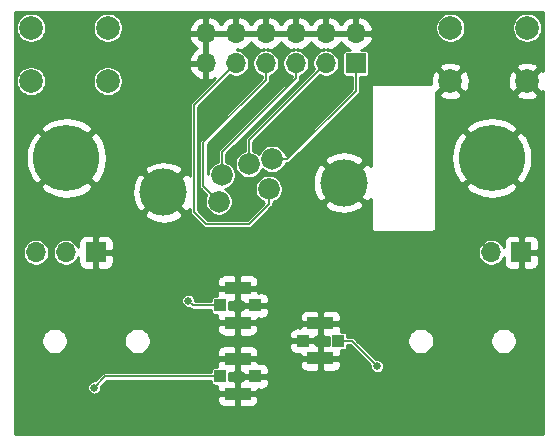
<source format=gbr>
G04 #@! TF.GenerationSoftware,KiCad,Pcbnew,(5.1.5-0-10_14)*
G04 #@! TF.CreationDate,2020-08-02T20:19:12-07:00*
G04 #@! TF.ProjectId,Programmer_Board,50726f67-7261-46d6-9d65-725f426f6172,rev?*
G04 #@! TF.SameCoordinates,Original*
G04 #@! TF.FileFunction,Copper,L1,Top*
G04 #@! TF.FilePolarity,Positive*
%FSLAX46Y46*%
G04 Gerber Fmt 4.6, Leading zero omitted, Abs format (unit mm)*
G04 Created by KiCad (PCBNEW (5.1.5-0-10_14)) date 2020-08-02 20:19:12*
%MOMM*%
%LPD*%
G04 APERTURE LIST*
%ADD10C,1.830000*%
%ADD11C,4.000000*%
%ADD12C,5.600000*%
%ADD13O,1.700000X1.700000*%
%ADD14R,1.700000X1.700000*%
%ADD15C,2.000000*%
%ADD16R,2.200000X1.050000*%
%ADD17R,1.000000X1.000000*%
%ADD18C,0.650000*%
%ADD19C,0.152400*%
%ADD20C,0.254000*%
G04 APERTURE END LIST*
D10*
X121940000Y-73040000D03*
X119650000Y-73960000D03*
X119400000Y-76200000D03*
D11*
X114710000Y-75420000D03*
X130000000Y-74600000D03*
D12*
X106500000Y-72500000D03*
X142500000Y-72500000D03*
D13*
X118300000Y-61960000D03*
X118300000Y-64500000D03*
X120840000Y-61960000D03*
X120840000Y-64500000D03*
X123380000Y-61960000D03*
X123380000Y-64500000D03*
X125920000Y-61960000D03*
X125920000Y-64500000D03*
X128460000Y-61960000D03*
X128460000Y-64500000D03*
X131000000Y-61960000D03*
D14*
X131000000Y-64500000D03*
D15*
X145500000Y-66000000D03*
X145500000Y-61500000D03*
X139000000Y-66000000D03*
X139000000Y-61500000D03*
X110000000Y-66000000D03*
X110000000Y-61500000D03*
X103500000Y-66000000D03*
X103500000Y-61500000D03*
D10*
X123620000Y-75140000D03*
X123910000Y-72600000D03*
D16*
X121000000Y-83525000D03*
X121000000Y-86475000D03*
D17*
X122500000Y-85000000D03*
X119500000Y-85000000D03*
X119500000Y-91000000D03*
X122500000Y-91000000D03*
D16*
X121000000Y-92475000D03*
X121000000Y-89525000D03*
X128000000Y-89475000D03*
X128000000Y-86525000D03*
D17*
X126500000Y-88000000D03*
X129500000Y-88000000D03*
D14*
X109000000Y-80500000D03*
D13*
X106460000Y-80500000D03*
X103920000Y-80500000D03*
D14*
X145000000Y-80500000D03*
D13*
X142460000Y-80500000D03*
D18*
X120800000Y-66600000D03*
X118100000Y-70200000D03*
X118700000Y-72100000D03*
X125300000Y-70600000D03*
X127800000Y-67700000D03*
X123200000Y-67300000D03*
X121600000Y-75700000D03*
X132800000Y-90150000D03*
X108850000Y-91950000D03*
X116800000Y-84600000D03*
D19*
X123620000Y-76434005D02*
X121954005Y-78100000D01*
X123620000Y-75140000D02*
X123620000Y-76434005D01*
X121954005Y-78100000D02*
X118300000Y-78100000D01*
X118300000Y-78100000D02*
X117300000Y-77100000D01*
X117300000Y-68040000D02*
X120840000Y-64500000D01*
X117300000Y-77100000D02*
X117300000Y-68040000D01*
X121940000Y-71020000D02*
X128460000Y-64500000D01*
X121940000Y-73040000D02*
X121940000Y-71020000D01*
X131000000Y-65502400D02*
X131000000Y-64500000D01*
X125204005Y-72600000D02*
X131000000Y-66804005D01*
X131000000Y-66804005D02*
X131000000Y-65502400D01*
X123910000Y-72600000D02*
X125204005Y-72600000D01*
X125920000Y-65780000D02*
X125920000Y-64500000D01*
X119650000Y-72050000D02*
X125920000Y-65780000D01*
X119650000Y-73960000D02*
X119650000Y-72050000D01*
X123380000Y-65920000D02*
X123380000Y-64500000D01*
X118100000Y-71200000D02*
X123380000Y-65920000D01*
X118100000Y-74900000D02*
X118100000Y-71200000D01*
X119400000Y-76200000D02*
X118100000Y-74900000D01*
X130650000Y-88000000D02*
X132800000Y-90150000D01*
X129500000Y-88000000D02*
X130650000Y-88000000D01*
X109800000Y-91000000D02*
X108850000Y-91950000D01*
X119500000Y-91000000D02*
X109800000Y-91000000D01*
X117200000Y-85000000D02*
X116800000Y-84600000D01*
X119500000Y-85000000D02*
X117200000Y-85000000D01*
D20*
G36*
X146873000Y-65130244D02*
G01*
X146635413Y-65044192D01*
X145679605Y-66000000D01*
X146635413Y-66955808D01*
X146873000Y-66869756D01*
X146873000Y-95873000D01*
X102127000Y-95873000D01*
X102127000Y-93000000D01*
X119261928Y-93000000D01*
X119274188Y-93124482D01*
X119310498Y-93244180D01*
X119369463Y-93354494D01*
X119448815Y-93451185D01*
X119545506Y-93530537D01*
X119655820Y-93589502D01*
X119775518Y-93625812D01*
X119900000Y-93638072D01*
X120714250Y-93635000D01*
X120873000Y-93476250D01*
X120873000Y-92602000D01*
X121127000Y-92602000D01*
X121127000Y-93476250D01*
X121285750Y-93635000D01*
X122100000Y-93638072D01*
X122224482Y-93625812D01*
X122344180Y-93589502D01*
X122454494Y-93530537D01*
X122551185Y-93451185D01*
X122630537Y-93354494D01*
X122689502Y-93244180D01*
X122725812Y-93124482D01*
X122738072Y-93000000D01*
X122735000Y-92760750D01*
X122576250Y-92602000D01*
X121127000Y-92602000D01*
X120873000Y-92602000D01*
X119423750Y-92602000D01*
X119265000Y-92760750D01*
X119261928Y-93000000D01*
X102127000Y-93000000D01*
X102127000Y-91890472D01*
X108245600Y-91890472D01*
X108245600Y-92009528D01*
X108268827Y-92126297D01*
X108314388Y-92236291D01*
X108380532Y-92335282D01*
X108464718Y-92419468D01*
X108563709Y-92485612D01*
X108673703Y-92531173D01*
X108790472Y-92554400D01*
X108909528Y-92554400D01*
X109026297Y-92531173D01*
X109136291Y-92485612D01*
X109235282Y-92419468D01*
X109319468Y-92335282D01*
X109385612Y-92236291D01*
X109431173Y-92126297D01*
X109454400Y-92009528D01*
X109454400Y-91890472D01*
X109447435Y-91855458D01*
X109947294Y-91355600D01*
X118719249Y-91355600D01*
X118719249Y-91500000D01*
X118724644Y-91554772D01*
X118740620Y-91607439D01*
X118766564Y-91655977D01*
X118801479Y-91698521D01*
X118844023Y-91733436D01*
X118892561Y-91759380D01*
X118945228Y-91775356D01*
X119000000Y-91780751D01*
X119287768Y-91780751D01*
X119274188Y-91825518D01*
X119261928Y-91950000D01*
X119265000Y-92189250D01*
X119423750Y-92348000D01*
X120873000Y-92348000D01*
X120873000Y-91473750D01*
X121127000Y-91473750D01*
X121127000Y-92348000D01*
X122576250Y-92348000D01*
X122735000Y-92189250D01*
X122736331Y-92085581D01*
X122785750Y-92135000D01*
X123000000Y-92138072D01*
X123124482Y-92125812D01*
X123244180Y-92089502D01*
X123354494Y-92030537D01*
X123451185Y-91951185D01*
X123530537Y-91854494D01*
X123589502Y-91744180D01*
X123625812Y-91624482D01*
X123638072Y-91500000D01*
X123635000Y-91285750D01*
X123476250Y-91127000D01*
X122627000Y-91127000D01*
X122627000Y-91147000D01*
X122373000Y-91147000D01*
X122373000Y-91127000D01*
X121523750Y-91127000D01*
X121365000Y-91285750D01*
X121364585Y-91314703D01*
X121285750Y-91315000D01*
X121127000Y-91473750D01*
X120873000Y-91473750D01*
X120714250Y-91315000D01*
X120280751Y-91313364D01*
X120280751Y-90686636D01*
X120714250Y-90685000D01*
X120873000Y-90526250D01*
X120873000Y-89652000D01*
X121127000Y-89652000D01*
X121127000Y-90526250D01*
X121285750Y-90685000D01*
X121364585Y-90685297D01*
X121365000Y-90714250D01*
X121523750Y-90873000D01*
X122373000Y-90873000D01*
X122373000Y-90853000D01*
X122627000Y-90853000D01*
X122627000Y-90873000D01*
X123476250Y-90873000D01*
X123635000Y-90714250D01*
X123638072Y-90500000D01*
X123625812Y-90375518D01*
X123589502Y-90255820D01*
X123530537Y-90145506D01*
X123451185Y-90048815D01*
X123391704Y-90000000D01*
X126261928Y-90000000D01*
X126274188Y-90124482D01*
X126310498Y-90244180D01*
X126369463Y-90354494D01*
X126448815Y-90451185D01*
X126545506Y-90530537D01*
X126655820Y-90589502D01*
X126775518Y-90625812D01*
X126900000Y-90638072D01*
X127714250Y-90635000D01*
X127873000Y-90476250D01*
X127873000Y-89602000D01*
X128127000Y-89602000D01*
X128127000Y-90476250D01*
X128285750Y-90635000D01*
X129100000Y-90638072D01*
X129224482Y-90625812D01*
X129344180Y-90589502D01*
X129454494Y-90530537D01*
X129551185Y-90451185D01*
X129630537Y-90354494D01*
X129689502Y-90244180D01*
X129725812Y-90124482D01*
X129738072Y-90000000D01*
X129735000Y-89760750D01*
X129576250Y-89602000D01*
X128127000Y-89602000D01*
X127873000Y-89602000D01*
X126423750Y-89602000D01*
X126265000Y-89760750D01*
X126261928Y-90000000D01*
X123391704Y-90000000D01*
X123354494Y-89969463D01*
X123244180Y-89910498D01*
X123124482Y-89874188D01*
X123000000Y-89861928D01*
X122785750Y-89865000D01*
X122736331Y-89914419D01*
X122735000Y-89810750D01*
X122576250Y-89652000D01*
X121127000Y-89652000D01*
X120873000Y-89652000D01*
X119423750Y-89652000D01*
X119265000Y-89810750D01*
X119261928Y-90050000D01*
X119274188Y-90174482D01*
X119287768Y-90219249D01*
X119000000Y-90219249D01*
X118945228Y-90224644D01*
X118892561Y-90240620D01*
X118844023Y-90266564D01*
X118801479Y-90301479D01*
X118766564Y-90344023D01*
X118740620Y-90392561D01*
X118724644Y-90445228D01*
X118719249Y-90500000D01*
X118719249Y-90644400D01*
X109817455Y-90644400D01*
X109800000Y-90642681D01*
X109782544Y-90644400D01*
X109782537Y-90644400D01*
X109736566Y-90648928D01*
X109730289Y-90649546D01*
X109709956Y-90655714D01*
X109663260Y-90669879D01*
X109601484Y-90702899D01*
X109547337Y-90747337D01*
X109536206Y-90760900D01*
X108944542Y-91352565D01*
X108909528Y-91345600D01*
X108790472Y-91345600D01*
X108673703Y-91368827D01*
X108563709Y-91414388D01*
X108464718Y-91480532D01*
X108380532Y-91564718D01*
X108314388Y-91663709D01*
X108268827Y-91773703D01*
X108245600Y-91890472D01*
X102127000Y-91890472D01*
X102127000Y-87888764D01*
X104370600Y-87888764D01*
X104370600Y-88111236D01*
X104414002Y-88329434D01*
X104499138Y-88534972D01*
X104622737Y-88719951D01*
X104780049Y-88877263D01*
X104965028Y-89000862D01*
X105170566Y-89085998D01*
X105388764Y-89129400D01*
X105611236Y-89129400D01*
X105829434Y-89085998D01*
X106034972Y-89000862D01*
X106219951Y-88877263D01*
X106377263Y-88719951D01*
X106500862Y-88534972D01*
X106585998Y-88329434D01*
X106629400Y-88111236D01*
X106629400Y-87888764D01*
X111370600Y-87888764D01*
X111370600Y-88111236D01*
X111414002Y-88329434D01*
X111499138Y-88534972D01*
X111622737Y-88719951D01*
X111780049Y-88877263D01*
X111965028Y-89000862D01*
X112170566Y-89085998D01*
X112388764Y-89129400D01*
X112611236Y-89129400D01*
X112829434Y-89085998D01*
X113034972Y-89000862D01*
X113036262Y-89000000D01*
X119261928Y-89000000D01*
X119265000Y-89239250D01*
X119423750Y-89398000D01*
X120873000Y-89398000D01*
X120873000Y-88523750D01*
X121127000Y-88523750D01*
X121127000Y-89398000D01*
X122576250Y-89398000D01*
X122735000Y-89239250D01*
X122738072Y-89000000D01*
X122725812Y-88875518D01*
X122689502Y-88755820D01*
X122630537Y-88645506D01*
X122551185Y-88548815D01*
X122491704Y-88500000D01*
X125361928Y-88500000D01*
X125374188Y-88624482D01*
X125410498Y-88744180D01*
X125469463Y-88854494D01*
X125548815Y-88951185D01*
X125645506Y-89030537D01*
X125755820Y-89089502D01*
X125875518Y-89125812D01*
X126000000Y-89138072D01*
X126214250Y-89135000D01*
X126263669Y-89085581D01*
X126265000Y-89189250D01*
X126423750Y-89348000D01*
X127873000Y-89348000D01*
X127873000Y-88473750D01*
X127714250Y-88315000D01*
X127635415Y-88314703D01*
X127635000Y-88285750D01*
X127476250Y-88127000D01*
X126627000Y-88127000D01*
X126627000Y-88147000D01*
X126373000Y-88147000D01*
X126373000Y-88127000D01*
X125523750Y-88127000D01*
X125365000Y-88285750D01*
X125361928Y-88500000D01*
X122491704Y-88500000D01*
X122454494Y-88469463D01*
X122344180Y-88410498D01*
X122224482Y-88374188D01*
X122100000Y-88361928D01*
X121285750Y-88365000D01*
X121127000Y-88523750D01*
X120873000Y-88523750D01*
X120714250Y-88365000D01*
X119900000Y-88361928D01*
X119775518Y-88374188D01*
X119655820Y-88410498D01*
X119545506Y-88469463D01*
X119448815Y-88548815D01*
X119369463Y-88645506D01*
X119310498Y-88755820D01*
X119274188Y-88875518D01*
X119261928Y-89000000D01*
X113036262Y-89000000D01*
X113219951Y-88877263D01*
X113377263Y-88719951D01*
X113500862Y-88534972D01*
X113585998Y-88329434D01*
X113629400Y-88111236D01*
X113629400Y-87888764D01*
X113585998Y-87670566D01*
X113500862Y-87465028D01*
X113377263Y-87280049D01*
X113219951Y-87122737D01*
X113036263Y-87000000D01*
X119261928Y-87000000D01*
X119274188Y-87124482D01*
X119310498Y-87244180D01*
X119369463Y-87354494D01*
X119448815Y-87451185D01*
X119545506Y-87530537D01*
X119655820Y-87589502D01*
X119775518Y-87625812D01*
X119900000Y-87638072D01*
X120714250Y-87635000D01*
X120873000Y-87476250D01*
X120873000Y-86602000D01*
X121127000Y-86602000D01*
X121127000Y-87476250D01*
X121285750Y-87635000D01*
X122100000Y-87638072D01*
X122224482Y-87625812D01*
X122344180Y-87589502D01*
X122454494Y-87530537D01*
X122491703Y-87500000D01*
X125361928Y-87500000D01*
X125365000Y-87714250D01*
X125523750Y-87873000D01*
X126373000Y-87873000D01*
X126373000Y-87853000D01*
X126627000Y-87853000D01*
X126627000Y-87873000D01*
X127476250Y-87873000D01*
X127635000Y-87714250D01*
X127635415Y-87685297D01*
X127714250Y-87685000D01*
X127873000Y-87526250D01*
X127873000Y-86652000D01*
X128127000Y-86652000D01*
X128127000Y-87526250D01*
X128285750Y-87685000D01*
X128719249Y-87686636D01*
X128719249Y-88313364D01*
X128285750Y-88315000D01*
X128127000Y-88473750D01*
X128127000Y-89348000D01*
X129576250Y-89348000D01*
X129735000Y-89189250D01*
X129738072Y-88950000D01*
X129725812Y-88825518D01*
X129712232Y-88780751D01*
X130000000Y-88780751D01*
X130054772Y-88775356D01*
X130107439Y-88759380D01*
X130155977Y-88733436D01*
X130198521Y-88698521D01*
X130233436Y-88655977D01*
X130259380Y-88607439D01*
X130275356Y-88554772D01*
X130280751Y-88500000D01*
X130280751Y-88355600D01*
X130502707Y-88355600D01*
X132202565Y-90055459D01*
X132195600Y-90090472D01*
X132195600Y-90209528D01*
X132218827Y-90326297D01*
X132264388Y-90436291D01*
X132330532Y-90535282D01*
X132414718Y-90619468D01*
X132513709Y-90685612D01*
X132623703Y-90731173D01*
X132740472Y-90754400D01*
X132859528Y-90754400D01*
X132976297Y-90731173D01*
X133086291Y-90685612D01*
X133185282Y-90619468D01*
X133269468Y-90535282D01*
X133335612Y-90436291D01*
X133381173Y-90326297D01*
X133404400Y-90209528D01*
X133404400Y-90090472D01*
X133381173Y-89973703D01*
X133335612Y-89863709D01*
X133269468Y-89764718D01*
X133185282Y-89680532D01*
X133086291Y-89614388D01*
X132976297Y-89568827D01*
X132859528Y-89545600D01*
X132740472Y-89545600D01*
X132705459Y-89552565D01*
X131041658Y-87888764D01*
X135370600Y-87888764D01*
X135370600Y-88111236D01*
X135414002Y-88329434D01*
X135499138Y-88534972D01*
X135622737Y-88719951D01*
X135780049Y-88877263D01*
X135965028Y-89000862D01*
X136170566Y-89085998D01*
X136388764Y-89129400D01*
X136611236Y-89129400D01*
X136829434Y-89085998D01*
X137034972Y-89000862D01*
X137219951Y-88877263D01*
X137377263Y-88719951D01*
X137500862Y-88534972D01*
X137585998Y-88329434D01*
X137629400Y-88111236D01*
X137629400Y-87888764D01*
X142370600Y-87888764D01*
X142370600Y-88111236D01*
X142414002Y-88329434D01*
X142499138Y-88534972D01*
X142622737Y-88719951D01*
X142780049Y-88877263D01*
X142965028Y-89000862D01*
X143170566Y-89085998D01*
X143388764Y-89129400D01*
X143611236Y-89129400D01*
X143829434Y-89085998D01*
X144034972Y-89000862D01*
X144219951Y-88877263D01*
X144377263Y-88719951D01*
X144500862Y-88534972D01*
X144585998Y-88329434D01*
X144629400Y-88111236D01*
X144629400Y-87888764D01*
X144585998Y-87670566D01*
X144500862Y-87465028D01*
X144377263Y-87280049D01*
X144219951Y-87122737D01*
X144034972Y-86999138D01*
X143829434Y-86914002D01*
X143611236Y-86870600D01*
X143388764Y-86870600D01*
X143170566Y-86914002D01*
X142965028Y-86999138D01*
X142780049Y-87122737D01*
X142622737Y-87280049D01*
X142499138Y-87465028D01*
X142414002Y-87670566D01*
X142370600Y-87888764D01*
X137629400Y-87888764D01*
X137585998Y-87670566D01*
X137500862Y-87465028D01*
X137377263Y-87280049D01*
X137219951Y-87122737D01*
X137034972Y-86999138D01*
X136829434Y-86914002D01*
X136611236Y-86870600D01*
X136388764Y-86870600D01*
X136170566Y-86914002D01*
X135965028Y-86999138D01*
X135780049Y-87122737D01*
X135622737Y-87280049D01*
X135499138Y-87465028D01*
X135414002Y-87670566D01*
X135370600Y-87888764D01*
X131041658Y-87888764D01*
X130913799Y-87760906D01*
X130902663Y-87747337D01*
X130848516Y-87702899D01*
X130786740Y-87669879D01*
X130719710Y-87649546D01*
X130667463Y-87644400D01*
X130667455Y-87644400D01*
X130650000Y-87642681D01*
X130632545Y-87644400D01*
X130280751Y-87644400D01*
X130280751Y-87500000D01*
X130275356Y-87445228D01*
X130259380Y-87392561D01*
X130233436Y-87344023D01*
X130198521Y-87301479D01*
X130155977Y-87266564D01*
X130107439Y-87240620D01*
X130054772Y-87224644D01*
X130000000Y-87219249D01*
X129712232Y-87219249D01*
X129725812Y-87174482D01*
X129738072Y-87050000D01*
X129735000Y-86810750D01*
X129576250Y-86652000D01*
X128127000Y-86652000D01*
X127873000Y-86652000D01*
X126423750Y-86652000D01*
X126265000Y-86810750D01*
X126263669Y-86914419D01*
X126214250Y-86865000D01*
X126000000Y-86861928D01*
X125875518Y-86874188D01*
X125755820Y-86910498D01*
X125645506Y-86969463D01*
X125548815Y-87048815D01*
X125469463Y-87145506D01*
X125410498Y-87255820D01*
X125374188Y-87375518D01*
X125361928Y-87500000D01*
X122491703Y-87500000D01*
X122551185Y-87451185D01*
X122630537Y-87354494D01*
X122689502Y-87244180D01*
X122725812Y-87124482D01*
X122738072Y-87000000D01*
X122735000Y-86760750D01*
X122576250Y-86602000D01*
X121127000Y-86602000D01*
X120873000Y-86602000D01*
X119423750Y-86602000D01*
X119265000Y-86760750D01*
X119261928Y-87000000D01*
X113036263Y-87000000D01*
X113034972Y-86999138D01*
X112829434Y-86914002D01*
X112611236Y-86870600D01*
X112388764Y-86870600D01*
X112170566Y-86914002D01*
X111965028Y-86999138D01*
X111780049Y-87122737D01*
X111622737Y-87280049D01*
X111499138Y-87465028D01*
X111414002Y-87670566D01*
X111370600Y-87888764D01*
X106629400Y-87888764D01*
X106585998Y-87670566D01*
X106500862Y-87465028D01*
X106377263Y-87280049D01*
X106219951Y-87122737D01*
X106034972Y-86999138D01*
X105829434Y-86914002D01*
X105611236Y-86870600D01*
X105388764Y-86870600D01*
X105170566Y-86914002D01*
X104965028Y-86999138D01*
X104780049Y-87122737D01*
X104622737Y-87280049D01*
X104499138Y-87465028D01*
X104414002Y-87670566D01*
X104370600Y-87888764D01*
X102127000Y-87888764D01*
X102127000Y-84540472D01*
X116195600Y-84540472D01*
X116195600Y-84659528D01*
X116218827Y-84776297D01*
X116264388Y-84886291D01*
X116330532Y-84985282D01*
X116414718Y-85069468D01*
X116513709Y-85135612D01*
X116623703Y-85181173D01*
X116740472Y-85204400D01*
X116859528Y-85204400D01*
X116894541Y-85197435D01*
X116936210Y-85239105D01*
X116947337Y-85252663D01*
X116960895Y-85263790D01*
X116960900Y-85263795D01*
X116987653Y-85285750D01*
X117001484Y-85297101D01*
X117063260Y-85330121D01*
X117130290Y-85350454D01*
X117182537Y-85355600D01*
X117182546Y-85355600D01*
X117199999Y-85357319D01*
X117217452Y-85355600D01*
X118719249Y-85355600D01*
X118719249Y-85500000D01*
X118724644Y-85554772D01*
X118740620Y-85607439D01*
X118766564Y-85655977D01*
X118801479Y-85698521D01*
X118844023Y-85733436D01*
X118892561Y-85759380D01*
X118945228Y-85775356D01*
X119000000Y-85780751D01*
X119287768Y-85780751D01*
X119274188Y-85825518D01*
X119261928Y-85950000D01*
X119265000Y-86189250D01*
X119423750Y-86348000D01*
X120873000Y-86348000D01*
X120873000Y-85473750D01*
X121127000Y-85473750D01*
X121127000Y-86348000D01*
X122576250Y-86348000D01*
X122735000Y-86189250D01*
X122736331Y-86085581D01*
X122785750Y-86135000D01*
X123000000Y-86138072D01*
X123124482Y-86125812D01*
X123244180Y-86089502D01*
X123354494Y-86030537D01*
X123391703Y-86000000D01*
X126261928Y-86000000D01*
X126265000Y-86239250D01*
X126423750Y-86398000D01*
X127873000Y-86398000D01*
X127873000Y-85523750D01*
X128127000Y-85523750D01*
X128127000Y-86398000D01*
X129576250Y-86398000D01*
X129735000Y-86239250D01*
X129738072Y-86000000D01*
X129725812Y-85875518D01*
X129689502Y-85755820D01*
X129630537Y-85645506D01*
X129551185Y-85548815D01*
X129454494Y-85469463D01*
X129344180Y-85410498D01*
X129224482Y-85374188D01*
X129100000Y-85361928D01*
X128285750Y-85365000D01*
X128127000Y-85523750D01*
X127873000Y-85523750D01*
X127714250Y-85365000D01*
X126900000Y-85361928D01*
X126775518Y-85374188D01*
X126655820Y-85410498D01*
X126545506Y-85469463D01*
X126448815Y-85548815D01*
X126369463Y-85645506D01*
X126310498Y-85755820D01*
X126274188Y-85875518D01*
X126261928Y-86000000D01*
X123391703Y-86000000D01*
X123451185Y-85951185D01*
X123530537Y-85854494D01*
X123589502Y-85744180D01*
X123625812Y-85624482D01*
X123638072Y-85500000D01*
X123635000Y-85285750D01*
X123476250Y-85127000D01*
X122627000Y-85127000D01*
X122627000Y-85147000D01*
X122373000Y-85147000D01*
X122373000Y-85127000D01*
X121523750Y-85127000D01*
X121365000Y-85285750D01*
X121364585Y-85314703D01*
X121285750Y-85315000D01*
X121127000Y-85473750D01*
X120873000Y-85473750D01*
X120714250Y-85315000D01*
X120280751Y-85313364D01*
X120280751Y-84686636D01*
X120714250Y-84685000D01*
X120873000Y-84526250D01*
X120873000Y-83652000D01*
X121127000Y-83652000D01*
X121127000Y-84526250D01*
X121285750Y-84685000D01*
X121364585Y-84685297D01*
X121365000Y-84714250D01*
X121523750Y-84873000D01*
X122373000Y-84873000D01*
X122373000Y-84853000D01*
X122627000Y-84853000D01*
X122627000Y-84873000D01*
X123476250Y-84873000D01*
X123635000Y-84714250D01*
X123638072Y-84500000D01*
X123625812Y-84375518D01*
X123589502Y-84255820D01*
X123530537Y-84145506D01*
X123451185Y-84048815D01*
X123354494Y-83969463D01*
X123244180Y-83910498D01*
X123124482Y-83874188D01*
X123000000Y-83861928D01*
X122785750Y-83865000D01*
X122736331Y-83914419D01*
X122735000Y-83810750D01*
X122576250Y-83652000D01*
X121127000Y-83652000D01*
X120873000Y-83652000D01*
X119423750Y-83652000D01*
X119265000Y-83810750D01*
X119261928Y-84050000D01*
X119274188Y-84174482D01*
X119287768Y-84219249D01*
X119000000Y-84219249D01*
X118945228Y-84224644D01*
X118892561Y-84240620D01*
X118844023Y-84266564D01*
X118801479Y-84301479D01*
X118766564Y-84344023D01*
X118740620Y-84392561D01*
X118724644Y-84445228D01*
X118719249Y-84500000D01*
X118719249Y-84644400D01*
X117404400Y-84644400D01*
X117404400Y-84540472D01*
X117381173Y-84423703D01*
X117335612Y-84313709D01*
X117269468Y-84214718D01*
X117185282Y-84130532D01*
X117086291Y-84064388D01*
X116976297Y-84018827D01*
X116859528Y-83995600D01*
X116740472Y-83995600D01*
X116623703Y-84018827D01*
X116513709Y-84064388D01*
X116414718Y-84130532D01*
X116330532Y-84214718D01*
X116264388Y-84313709D01*
X116218827Y-84423703D01*
X116195600Y-84540472D01*
X102127000Y-84540472D01*
X102127000Y-83000000D01*
X119261928Y-83000000D01*
X119265000Y-83239250D01*
X119423750Y-83398000D01*
X120873000Y-83398000D01*
X120873000Y-82523750D01*
X121127000Y-82523750D01*
X121127000Y-83398000D01*
X122576250Y-83398000D01*
X122735000Y-83239250D01*
X122738072Y-83000000D01*
X122725812Y-82875518D01*
X122689502Y-82755820D01*
X122630537Y-82645506D01*
X122551185Y-82548815D01*
X122454494Y-82469463D01*
X122344180Y-82410498D01*
X122224482Y-82374188D01*
X122100000Y-82361928D01*
X121285750Y-82365000D01*
X121127000Y-82523750D01*
X120873000Y-82523750D01*
X120714250Y-82365000D01*
X119900000Y-82361928D01*
X119775518Y-82374188D01*
X119655820Y-82410498D01*
X119545506Y-82469463D01*
X119448815Y-82548815D01*
X119369463Y-82645506D01*
X119310498Y-82755820D01*
X119274188Y-82875518D01*
X119261928Y-83000000D01*
X102127000Y-83000000D01*
X102127000Y-80388764D01*
X102790600Y-80388764D01*
X102790600Y-80611236D01*
X102834002Y-80829434D01*
X102919138Y-81034972D01*
X103042737Y-81219951D01*
X103200049Y-81377263D01*
X103385028Y-81500862D01*
X103590566Y-81585998D01*
X103808764Y-81629400D01*
X104031236Y-81629400D01*
X104249434Y-81585998D01*
X104454972Y-81500862D01*
X104639951Y-81377263D01*
X104797263Y-81219951D01*
X104920862Y-81034972D01*
X105005998Y-80829434D01*
X105049400Y-80611236D01*
X105049400Y-80388764D01*
X105330600Y-80388764D01*
X105330600Y-80611236D01*
X105374002Y-80829434D01*
X105459138Y-81034972D01*
X105582737Y-81219951D01*
X105740049Y-81377263D01*
X105925028Y-81500862D01*
X106130566Y-81585998D01*
X106348764Y-81629400D01*
X106571236Y-81629400D01*
X106789434Y-81585998D01*
X106994972Y-81500862D01*
X107179951Y-81377263D01*
X107337263Y-81219951D01*
X107460862Y-81034972D01*
X107514346Y-80905849D01*
X107511928Y-81350000D01*
X107524188Y-81474482D01*
X107560498Y-81594180D01*
X107619463Y-81704494D01*
X107698815Y-81801185D01*
X107795506Y-81880537D01*
X107905820Y-81939502D01*
X108025518Y-81975812D01*
X108150000Y-81988072D01*
X108714250Y-81985000D01*
X108873000Y-81826250D01*
X108873000Y-80627000D01*
X109127000Y-80627000D01*
X109127000Y-81826250D01*
X109285750Y-81985000D01*
X109850000Y-81988072D01*
X109974482Y-81975812D01*
X110094180Y-81939502D01*
X110204494Y-81880537D01*
X110301185Y-81801185D01*
X110380537Y-81704494D01*
X110439502Y-81594180D01*
X110475812Y-81474482D01*
X110488072Y-81350000D01*
X110485000Y-80785750D01*
X110326250Y-80627000D01*
X109127000Y-80627000D01*
X108873000Y-80627000D01*
X108853000Y-80627000D01*
X108853000Y-80388764D01*
X141330600Y-80388764D01*
X141330600Y-80611236D01*
X141374002Y-80829434D01*
X141459138Y-81034972D01*
X141582737Y-81219951D01*
X141740049Y-81377263D01*
X141925028Y-81500862D01*
X142130566Y-81585998D01*
X142348764Y-81629400D01*
X142571236Y-81629400D01*
X142789434Y-81585998D01*
X142994972Y-81500862D01*
X143179951Y-81377263D01*
X143337263Y-81219951D01*
X143460862Y-81034972D01*
X143514346Y-80905849D01*
X143511928Y-81350000D01*
X143524188Y-81474482D01*
X143560498Y-81594180D01*
X143619463Y-81704494D01*
X143698815Y-81801185D01*
X143795506Y-81880537D01*
X143905820Y-81939502D01*
X144025518Y-81975812D01*
X144150000Y-81988072D01*
X144714250Y-81985000D01*
X144873000Y-81826250D01*
X144873000Y-80627000D01*
X145127000Y-80627000D01*
X145127000Y-81826250D01*
X145285750Y-81985000D01*
X145850000Y-81988072D01*
X145974482Y-81975812D01*
X146094180Y-81939502D01*
X146204494Y-81880537D01*
X146301185Y-81801185D01*
X146380537Y-81704494D01*
X146439502Y-81594180D01*
X146475812Y-81474482D01*
X146488072Y-81350000D01*
X146485000Y-80785750D01*
X146326250Y-80627000D01*
X145127000Y-80627000D01*
X144873000Y-80627000D01*
X144853000Y-80627000D01*
X144853000Y-80373000D01*
X144873000Y-80373000D01*
X144873000Y-79173750D01*
X145127000Y-79173750D01*
X145127000Y-80373000D01*
X146326250Y-80373000D01*
X146485000Y-80214250D01*
X146488072Y-79650000D01*
X146475812Y-79525518D01*
X146439502Y-79405820D01*
X146380537Y-79295506D01*
X146301185Y-79198815D01*
X146204494Y-79119463D01*
X146094180Y-79060498D01*
X145974482Y-79024188D01*
X145850000Y-79011928D01*
X145285750Y-79015000D01*
X145127000Y-79173750D01*
X144873000Y-79173750D01*
X144714250Y-79015000D01*
X144150000Y-79011928D01*
X144025518Y-79024188D01*
X143905820Y-79060498D01*
X143795506Y-79119463D01*
X143698815Y-79198815D01*
X143619463Y-79295506D01*
X143560498Y-79405820D01*
X143524188Y-79525518D01*
X143511928Y-79650000D01*
X143514346Y-80094151D01*
X143460862Y-79965028D01*
X143337263Y-79780049D01*
X143179951Y-79622737D01*
X142994972Y-79499138D01*
X142789434Y-79414002D01*
X142571236Y-79370600D01*
X142348764Y-79370600D01*
X142130566Y-79414002D01*
X141925028Y-79499138D01*
X141740049Y-79622737D01*
X141582737Y-79780049D01*
X141459138Y-79965028D01*
X141374002Y-80170566D01*
X141330600Y-80388764D01*
X108853000Y-80388764D01*
X108853000Y-80373000D01*
X108873000Y-80373000D01*
X108873000Y-79173750D01*
X109127000Y-79173750D01*
X109127000Y-80373000D01*
X110326250Y-80373000D01*
X110485000Y-80214250D01*
X110488072Y-79650000D01*
X110475812Y-79525518D01*
X110439502Y-79405820D01*
X110380537Y-79295506D01*
X110301185Y-79198815D01*
X110204494Y-79119463D01*
X110094180Y-79060498D01*
X109974482Y-79024188D01*
X109850000Y-79011928D01*
X109285750Y-79015000D01*
X109127000Y-79173750D01*
X108873000Y-79173750D01*
X108714250Y-79015000D01*
X108150000Y-79011928D01*
X108025518Y-79024188D01*
X107905820Y-79060498D01*
X107795506Y-79119463D01*
X107698815Y-79198815D01*
X107619463Y-79295506D01*
X107560498Y-79405820D01*
X107524188Y-79525518D01*
X107511928Y-79650000D01*
X107514346Y-80094151D01*
X107460862Y-79965028D01*
X107337263Y-79780049D01*
X107179951Y-79622737D01*
X106994972Y-79499138D01*
X106789434Y-79414002D01*
X106571236Y-79370600D01*
X106348764Y-79370600D01*
X106130566Y-79414002D01*
X105925028Y-79499138D01*
X105740049Y-79622737D01*
X105582737Y-79780049D01*
X105459138Y-79965028D01*
X105374002Y-80170566D01*
X105330600Y-80388764D01*
X105049400Y-80388764D01*
X105005998Y-80170566D01*
X104920862Y-79965028D01*
X104797263Y-79780049D01*
X104639951Y-79622737D01*
X104454972Y-79499138D01*
X104249434Y-79414002D01*
X104031236Y-79370600D01*
X103808764Y-79370600D01*
X103590566Y-79414002D01*
X103385028Y-79499138D01*
X103200049Y-79622737D01*
X103042737Y-79780049D01*
X102919138Y-79965028D01*
X102834002Y-80170566D01*
X102790600Y-80388764D01*
X102127000Y-80388764D01*
X102127000Y-77267499D01*
X113042106Y-77267499D01*
X113258228Y-77634258D01*
X113718105Y-77874938D01*
X114216098Y-78021275D01*
X114733071Y-78067648D01*
X115249159Y-78012273D01*
X115744526Y-77857279D01*
X116161772Y-77634258D01*
X116377894Y-77267499D01*
X114710000Y-75599605D01*
X113042106Y-77267499D01*
X102127000Y-77267499D01*
X102127000Y-74916481D01*
X104263124Y-74916481D01*
X104575308Y-75365177D01*
X105171259Y-75685612D01*
X105818273Y-75883626D01*
X106491484Y-75951610D01*
X107165023Y-75886949D01*
X107813006Y-75692130D01*
X108281739Y-75443071D01*
X112062352Y-75443071D01*
X112117727Y-75959159D01*
X112272721Y-76454526D01*
X112495742Y-76871772D01*
X112862501Y-77087894D01*
X114530395Y-75420000D01*
X114889605Y-75420000D01*
X116557499Y-77087894D01*
X116924258Y-76871772D01*
X116944400Y-76833286D01*
X116944400Y-77082545D01*
X116942681Y-77100000D01*
X116944400Y-77117455D01*
X116944400Y-77117462D01*
X116949546Y-77169709D01*
X116969879Y-77236739D01*
X117002899Y-77298515D01*
X117047337Y-77352662D01*
X117060902Y-77363795D01*
X118036206Y-78339100D01*
X118047337Y-78352663D01*
X118101484Y-78397101D01*
X118163260Y-78430121D01*
X118230290Y-78450454D01*
X118282537Y-78455600D01*
X118282545Y-78455600D01*
X118300000Y-78457319D01*
X118317455Y-78455600D01*
X121936550Y-78455600D01*
X121954005Y-78457319D01*
X121971460Y-78455600D01*
X121971468Y-78455600D01*
X122023715Y-78450454D01*
X122090745Y-78430121D01*
X122152521Y-78397101D01*
X122206668Y-78352663D01*
X122217804Y-78339094D01*
X123859100Y-76697799D01*
X123872663Y-76686668D01*
X123917101Y-76632521D01*
X123950121Y-76570745D01*
X123970454Y-76503715D01*
X123975600Y-76451468D01*
X123975600Y-76451460D01*
X123975990Y-76447499D01*
X128332106Y-76447499D01*
X128548228Y-76814258D01*
X129008105Y-77054938D01*
X129506098Y-77201275D01*
X130023071Y-77247648D01*
X130539159Y-77192273D01*
X131034526Y-77037279D01*
X131451772Y-76814258D01*
X131667894Y-76447499D01*
X130000000Y-74779605D01*
X128332106Y-76447499D01*
X123975990Y-76447499D01*
X123977319Y-76434005D01*
X123975600Y-76416550D01*
X123975600Y-76285515D01*
X124185760Y-76198463D01*
X124381385Y-76067751D01*
X124547751Y-75901385D01*
X124678463Y-75705760D01*
X124768500Y-75488394D01*
X124814400Y-75257638D01*
X124814400Y-75022362D01*
X124768500Y-74791606D01*
X124698690Y-74623071D01*
X127352352Y-74623071D01*
X127407727Y-75139159D01*
X127562721Y-75634526D01*
X127785742Y-76051772D01*
X128152501Y-76267894D01*
X129820395Y-74600000D01*
X130179605Y-74600000D01*
X131847499Y-76267894D01*
X132214258Y-76051772D01*
X132246000Y-75991121D01*
X132246000Y-78487531D01*
X132244772Y-78500000D01*
X132249676Y-78549793D01*
X132264200Y-78597672D01*
X132287786Y-78641797D01*
X132319527Y-78680473D01*
X132358203Y-78712214D01*
X132402328Y-78735800D01*
X132450207Y-78750324D01*
X132500000Y-78755228D01*
X132512468Y-78754000D01*
X137487532Y-78754000D01*
X137500000Y-78755228D01*
X137549793Y-78750324D01*
X137597672Y-78735800D01*
X137641797Y-78712214D01*
X137680473Y-78680473D01*
X137712214Y-78641797D01*
X137735800Y-78597672D01*
X137750324Y-78549793D01*
X137754000Y-78512469D01*
X137754000Y-78512468D01*
X137755228Y-78500000D01*
X137754000Y-78487531D01*
X137754000Y-74916481D01*
X140263124Y-74916481D01*
X140575308Y-75365177D01*
X141171259Y-75685612D01*
X141818273Y-75883626D01*
X142491484Y-75951610D01*
X143165023Y-75886949D01*
X143813006Y-75692130D01*
X144410530Y-75374639D01*
X144424692Y-75365177D01*
X144736876Y-74916481D01*
X142500000Y-72679605D01*
X140263124Y-74916481D01*
X137754000Y-74916481D01*
X137754000Y-72491484D01*
X139048390Y-72491484D01*
X139113051Y-73165023D01*
X139307870Y-73813006D01*
X139625361Y-74410530D01*
X139634823Y-74424692D01*
X140083519Y-74736876D01*
X142320395Y-72500000D01*
X142679605Y-72500000D01*
X144916481Y-74736876D01*
X145365177Y-74424692D01*
X145685612Y-73828741D01*
X145883626Y-73181727D01*
X145951610Y-72508516D01*
X145886949Y-71834977D01*
X145692130Y-71186994D01*
X145374639Y-70589470D01*
X145365177Y-70575308D01*
X144916481Y-70263124D01*
X142679605Y-72500000D01*
X142320395Y-72500000D01*
X140083519Y-70263124D01*
X139634823Y-70575308D01*
X139314388Y-71171259D01*
X139116374Y-71818273D01*
X139048390Y-72491484D01*
X137754000Y-72491484D01*
X137754000Y-70083519D01*
X140263124Y-70083519D01*
X142500000Y-72320395D01*
X144736876Y-70083519D01*
X144424692Y-69634823D01*
X143828741Y-69314388D01*
X143181727Y-69116374D01*
X142508516Y-69048390D01*
X141834977Y-69113051D01*
X141186994Y-69307870D01*
X140589470Y-69625361D01*
X140575308Y-69634823D01*
X140263124Y-70083519D01*
X137754000Y-70083519D01*
X137754000Y-67135413D01*
X138044192Y-67135413D01*
X138139956Y-67399814D01*
X138429571Y-67540704D01*
X138741108Y-67622384D01*
X139062595Y-67641718D01*
X139381675Y-67597961D01*
X139686088Y-67492795D01*
X139860044Y-67399814D01*
X139955808Y-67135413D01*
X144544192Y-67135413D01*
X144639956Y-67399814D01*
X144929571Y-67540704D01*
X145241108Y-67622384D01*
X145562595Y-67641718D01*
X145881675Y-67597961D01*
X146186088Y-67492795D01*
X146360044Y-67399814D01*
X146455808Y-67135413D01*
X145500000Y-66179605D01*
X144544192Y-67135413D01*
X139955808Y-67135413D01*
X139000000Y-66179605D01*
X138044192Y-67135413D01*
X137754000Y-67135413D01*
X137754000Y-66915754D01*
X137864587Y-66955808D01*
X138820395Y-66000000D01*
X139179605Y-66000000D01*
X140135413Y-66955808D01*
X140399814Y-66860044D01*
X140540704Y-66570429D01*
X140622384Y-66258892D01*
X140634189Y-66062595D01*
X143858282Y-66062595D01*
X143902039Y-66381675D01*
X144007205Y-66686088D01*
X144100186Y-66860044D01*
X144364587Y-66955808D01*
X145320395Y-66000000D01*
X144364587Y-65044192D01*
X144100186Y-65139956D01*
X143959296Y-65429571D01*
X143877616Y-65741108D01*
X143858282Y-66062595D01*
X140634189Y-66062595D01*
X140641718Y-65937405D01*
X140597961Y-65618325D01*
X140492795Y-65313912D01*
X140399814Y-65139956D01*
X140135413Y-65044192D01*
X139179605Y-66000000D01*
X138820395Y-66000000D01*
X137864587Y-65044192D01*
X137600186Y-65139956D01*
X137459296Y-65429571D01*
X137377616Y-65741108D01*
X137358282Y-66062595D01*
X137383433Y-66246000D01*
X132512469Y-66246000D01*
X132500000Y-66244772D01*
X132487532Y-66246000D01*
X132487531Y-66246000D01*
X132450207Y-66249676D01*
X132402328Y-66264200D01*
X132358203Y-66287786D01*
X132319527Y-66319527D01*
X132287786Y-66358203D01*
X132264200Y-66402328D01*
X132249676Y-66450207D01*
X132244772Y-66500000D01*
X132246001Y-66512479D01*
X132246000Y-73207614D01*
X132214258Y-73148228D01*
X131847499Y-72932106D01*
X130179605Y-74600000D01*
X129820395Y-74600000D01*
X128152501Y-72932106D01*
X127785742Y-73148228D01*
X127545062Y-73608105D01*
X127398725Y-74106098D01*
X127352352Y-74623071D01*
X124698690Y-74623071D01*
X124678463Y-74574240D01*
X124547751Y-74378615D01*
X124381385Y-74212249D01*
X124185760Y-74081537D01*
X123968394Y-73991500D01*
X123737638Y-73945600D01*
X123502362Y-73945600D01*
X123271606Y-73991500D01*
X123054240Y-74081537D01*
X122858615Y-74212249D01*
X122692249Y-74378615D01*
X122561537Y-74574240D01*
X122471500Y-74791606D01*
X122425600Y-75022362D01*
X122425600Y-75257638D01*
X122471500Y-75488394D01*
X122561537Y-75705760D01*
X122692249Y-75901385D01*
X122858615Y-76067751D01*
X123054240Y-76198463D01*
X123264401Y-76285516D01*
X123264401Y-76286710D01*
X121806712Y-77744400D01*
X118447294Y-77744400D01*
X117655600Y-76952707D01*
X117655600Y-68187293D01*
X120331194Y-65511700D01*
X120510566Y-65585998D01*
X120728764Y-65629400D01*
X120951236Y-65629400D01*
X121169434Y-65585998D01*
X121374972Y-65500862D01*
X121559951Y-65377263D01*
X121717263Y-65219951D01*
X121840862Y-65034972D01*
X121925998Y-64829434D01*
X121969400Y-64611236D01*
X121969400Y-64388764D01*
X121925998Y-64170566D01*
X121840862Y-63965028D01*
X121717263Y-63780049D01*
X121559951Y-63622737D01*
X121374972Y-63499138D01*
X121169434Y-63414002D01*
X120967002Y-63373736D01*
X120967002Y-63280156D01*
X121196890Y-63401476D01*
X121344099Y-63356825D01*
X121606920Y-63231641D01*
X121840269Y-63057588D01*
X122035178Y-62841355D01*
X122110000Y-62715745D01*
X122184822Y-62841355D01*
X122379731Y-63057588D01*
X122613080Y-63231641D01*
X122875901Y-63356825D01*
X123023110Y-63401476D01*
X123252998Y-63280156D01*
X123252998Y-63373736D01*
X123050566Y-63414002D01*
X122845028Y-63499138D01*
X122660049Y-63622737D01*
X122502737Y-63780049D01*
X122379138Y-63965028D01*
X122294002Y-64170566D01*
X122250600Y-64388764D01*
X122250600Y-64611236D01*
X122294002Y-64829434D01*
X122379138Y-65034972D01*
X122502737Y-65219951D01*
X122660049Y-65377263D01*
X122845028Y-65500862D01*
X123024400Y-65575160D01*
X123024400Y-65772706D01*
X117860901Y-70936206D01*
X117847338Y-70947337D01*
X117802900Y-71001484D01*
X117793003Y-71020000D01*
X117769880Y-71063259D01*
X117749546Y-71130290D01*
X117742681Y-71200000D01*
X117744401Y-71217465D01*
X117744400Y-74882544D01*
X117742681Y-74900000D01*
X117744400Y-74917455D01*
X117744400Y-74917462D01*
X117749546Y-74969709D01*
X117769879Y-75036739D01*
X117802899Y-75098515D01*
X117847337Y-75152662D01*
X117860902Y-75163795D01*
X118338552Y-75641446D01*
X118251500Y-75851606D01*
X118205600Y-76082362D01*
X118205600Y-76317638D01*
X118251500Y-76548394D01*
X118341537Y-76765760D01*
X118472249Y-76961385D01*
X118638615Y-77127751D01*
X118834240Y-77258463D01*
X119051606Y-77348500D01*
X119282362Y-77394400D01*
X119517638Y-77394400D01*
X119748394Y-77348500D01*
X119965760Y-77258463D01*
X120161385Y-77127751D01*
X120327751Y-76961385D01*
X120458463Y-76765760D01*
X120548500Y-76548394D01*
X120594400Y-76317638D01*
X120594400Y-76082362D01*
X120548500Y-75851606D01*
X120458463Y-75634240D01*
X120327751Y-75438615D01*
X120161385Y-75272249D01*
X119965760Y-75141537D01*
X119922465Y-75123603D01*
X119998394Y-75108500D01*
X120215760Y-75018463D01*
X120411385Y-74887751D01*
X120577751Y-74721385D01*
X120708463Y-74525760D01*
X120798500Y-74308394D01*
X120844400Y-74077638D01*
X120844400Y-73842362D01*
X120798500Y-73611606D01*
X120708463Y-73394240D01*
X120577751Y-73198615D01*
X120411385Y-73032249D01*
X120215760Y-72901537D01*
X120005600Y-72814485D01*
X120005600Y-72197293D01*
X126159104Y-66043790D01*
X126172662Y-66032663D01*
X126183790Y-66019104D01*
X126183795Y-66019099D01*
X126217100Y-65978517D01*
X126217102Y-65978515D01*
X126245856Y-65924719D01*
X126250120Y-65916742D01*
X126270454Y-65849711D01*
X126275399Y-65799501D01*
X126275600Y-65797463D01*
X126275600Y-65797456D01*
X126277319Y-65780001D01*
X126275600Y-65762545D01*
X126275600Y-65575160D01*
X126454972Y-65500862D01*
X126639951Y-65377263D01*
X126797263Y-65219951D01*
X126920862Y-65034972D01*
X127005998Y-64829434D01*
X127049400Y-64611236D01*
X127049400Y-64388764D01*
X127005998Y-64170566D01*
X126920862Y-63965028D01*
X126797263Y-63780049D01*
X126639951Y-63622737D01*
X126454972Y-63499138D01*
X126249434Y-63414002D01*
X126047002Y-63373736D01*
X126047002Y-63280156D01*
X126276890Y-63401476D01*
X126424099Y-63356825D01*
X126686920Y-63231641D01*
X126920269Y-63057588D01*
X127115178Y-62841355D01*
X127190000Y-62715745D01*
X127264822Y-62841355D01*
X127459731Y-63057588D01*
X127693080Y-63231641D01*
X127955901Y-63356825D01*
X128103110Y-63401476D01*
X128332998Y-63280156D01*
X128332998Y-63373736D01*
X128130566Y-63414002D01*
X127925028Y-63499138D01*
X127740049Y-63622737D01*
X127582737Y-63780049D01*
X127459138Y-63965028D01*
X127374002Y-64170566D01*
X127330600Y-64388764D01*
X127330600Y-64611236D01*
X127374002Y-64829434D01*
X127448300Y-65008806D01*
X121700901Y-70756206D01*
X121687338Y-70767337D01*
X121642900Y-70821484D01*
X121627901Y-70849546D01*
X121609880Y-70883259D01*
X121589546Y-70950290D01*
X121582681Y-71020000D01*
X121584401Y-71037465D01*
X121584401Y-71894485D01*
X121374240Y-71981537D01*
X121178615Y-72112249D01*
X121012249Y-72278615D01*
X120881537Y-72474240D01*
X120791500Y-72691606D01*
X120745600Y-72922362D01*
X120745600Y-73157638D01*
X120791500Y-73388394D01*
X120881537Y-73605760D01*
X121012249Y-73801385D01*
X121178615Y-73967751D01*
X121374240Y-74098463D01*
X121591606Y-74188500D01*
X121822362Y-74234400D01*
X122057638Y-74234400D01*
X122288394Y-74188500D01*
X122505760Y-74098463D01*
X122701385Y-73967751D01*
X122867751Y-73801385D01*
X122998463Y-73605760D01*
X123065290Y-73444426D01*
X123148615Y-73527751D01*
X123344240Y-73658463D01*
X123561606Y-73748500D01*
X123792362Y-73794400D01*
X124027638Y-73794400D01*
X124258394Y-73748500D01*
X124475760Y-73658463D01*
X124671385Y-73527751D01*
X124837751Y-73361385D01*
X124968463Y-73165760D01*
X125055515Y-72955600D01*
X125186550Y-72955600D01*
X125204005Y-72957319D01*
X125221460Y-72955600D01*
X125221468Y-72955600D01*
X125273715Y-72950454D01*
X125340745Y-72930121D01*
X125402521Y-72897101D01*
X125456668Y-72852663D01*
X125467804Y-72839094D01*
X125554397Y-72752501D01*
X128332106Y-72752501D01*
X130000000Y-74420395D01*
X131667894Y-72752501D01*
X131451772Y-72385742D01*
X130991895Y-72145062D01*
X130493902Y-71998725D01*
X129976929Y-71952352D01*
X129460841Y-72007727D01*
X128965474Y-72162721D01*
X128548228Y-72385742D01*
X128332106Y-72752501D01*
X125554397Y-72752501D01*
X131239104Y-67067795D01*
X131252662Y-67056668D01*
X131263790Y-67043109D01*
X131263795Y-67043104D01*
X131279438Y-67024043D01*
X131297101Y-67002521D01*
X131330121Y-66940745D01*
X131350454Y-66873715D01*
X131355600Y-66821468D01*
X131355600Y-66821460D01*
X131357319Y-66804005D01*
X131355600Y-66786550D01*
X131355600Y-65630751D01*
X131850000Y-65630751D01*
X131904772Y-65625356D01*
X131957439Y-65609380D01*
X132005977Y-65583436D01*
X132048521Y-65548521D01*
X132083436Y-65505977D01*
X132109380Y-65457439D01*
X132125356Y-65404772D01*
X132130751Y-65350000D01*
X132130751Y-64864587D01*
X138044192Y-64864587D01*
X139000000Y-65820395D01*
X139955808Y-64864587D01*
X144544192Y-64864587D01*
X145500000Y-65820395D01*
X146455808Y-64864587D01*
X146360044Y-64600186D01*
X146070429Y-64459296D01*
X145758892Y-64377616D01*
X145437405Y-64358282D01*
X145118325Y-64402039D01*
X144813912Y-64507205D01*
X144639956Y-64600186D01*
X144544192Y-64864587D01*
X139955808Y-64864587D01*
X139860044Y-64600186D01*
X139570429Y-64459296D01*
X139258892Y-64377616D01*
X138937405Y-64358282D01*
X138618325Y-64402039D01*
X138313912Y-64507205D01*
X138139956Y-64600186D01*
X138044192Y-64864587D01*
X132130751Y-64864587D01*
X132130751Y-63650000D01*
X132125356Y-63595228D01*
X132109380Y-63542561D01*
X132083436Y-63494023D01*
X132048521Y-63451479D01*
X132005977Y-63416564D01*
X131957439Y-63390620D01*
X131904772Y-63374644D01*
X131850000Y-63369249D01*
X131463139Y-63369249D01*
X131504099Y-63356825D01*
X131766920Y-63231641D01*
X132000269Y-63057588D01*
X132195178Y-62841355D01*
X132344157Y-62591252D01*
X132441481Y-62316891D01*
X132320814Y-62087000D01*
X131127000Y-62087000D01*
X131127000Y-62107000D01*
X130873000Y-62107000D01*
X130873000Y-62087000D01*
X128587000Y-62087000D01*
X128587000Y-62107000D01*
X128333000Y-62107000D01*
X128333000Y-62087000D01*
X126047000Y-62087000D01*
X126047000Y-62107000D01*
X125793000Y-62107000D01*
X125793000Y-62087000D01*
X123507000Y-62087000D01*
X123507000Y-62107000D01*
X123253000Y-62107000D01*
X123253000Y-62087000D01*
X120967000Y-62087000D01*
X120967000Y-62107000D01*
X120713000Y-62107000D01*
X120713000Y-62087000D01*
X118427000Y-62087000D01*
X118427000Y-64373000D01*
X118447000Y-64373000D01*
X118447000Y-64627000D01*
X118427000Y-64627000D01*
X118427000Y-65820155D01*
X118656890Y-65941476D01*
X118804099Y-65896825D01*
X119064142Y-65772964D01*
X117060901Y-67776206D01*
X117047338Y-67787337D01*
X117002900Y-67841484D01*
X116986390Y-67872372D01*
X116969880Y-67903259D01*
X116949546Y-67970290D01*
X116942681Y-68040000D01*
X116944401Y-68057466D01*
X116944400Y-74005912D01*
X116924258Y-73968228D01*
X116557499Y-73752106D01*
X114889605Y-75420000D01*
X114530395Y-75420000D01*
X112862501Y-73752106D01*
X112495742Y-73968228D01*
X112255062Y-74428105D01*
X112108725Y-74926098D01*
X112062352Y-75443071D01*
X108281739Y-75443071D01*
X108410530Y-75374639D01*
X108424692Y-75365177D01*
X108736876Y-74916481D01*
X106500000Y-72679605D01*
X104263124Y-74916481D01*
X102127000Y-74916481D01*
X102127000Y-72491484D01*
X103048390Y-72491484D01*
X103113051Y-73165023D01*
X103307870Y-73813006D01*
X103625361Y-74410530D01*
X103634823Y-74424692D01*
X104083519Y-74736876D01*
X106320395Y-72500000D01*
X106679605Y-72500000D01*
X108916481Y-74736876D01*
X109365177Y-74424692D01*
X109685612Y-73828741D01*
X109764032Y-73572501D01*
X113042106Y-73572501D01*
X114710000Y-75240395D01*
X116377894Y-73572501D01*
X116161772Y-73205742D01*
X115701895Y-72965062D01*
X115203902Y-72818725D01*
X114686929Y-72772352D01*
X114170841Y-72827727D01*
X113675474Y-72982721D01*
X113258228Y-73205742D01*
X113042106Y-73572501D01*
X109764032Y-73572501D01*
X109883626Y-73181727D01*
X109951610Y-72508516D01*
X109886949Y-71834977D01*
X109692130Y-71186994D01*
X109374639Y-70589470D01*
X109365177Y-70575308D01*
X108916481Y-70263124D01*
X106679605Y-72500000D01*
X106320395Y-72500000D01*
X104083519Y-70263124D01*
X103634823Y-70575308D01*
X103314388Y-71171259D01*
X103116374Y-71818273D01*
X103048390Y-72491484D01*
X102127000Y-72491484D01*
X102127000Y-70083519D01*
X104263124Y-70083519D01*
X106500000Y-72320395D01*
X108736876Y-70083519D01*
X108424692Y-69634823D01*
X107828741Y-69314388D01*
X107181727Y-69116374D01*
X106508516Y-69048390D01*
X105834977Y-69113051D01*
X105186994Y-69307870D01*
X104589470Y-69625361D01*
X104575308Y-69634823D01*
X104263124Y-70083519D01*
X102127000Y-70083519D01*
X102127000Y-65873990D01*
X102220600Y-65873990D01*
X102220600Y-66126010D01*
X102269767Y-66373187D01*
X102366211Y-66606023D01*
X102506225Y-66815570D01*
X102684430Y-66993775D01*
X102893977Y-67133789D01*
X103126813Y-67230233D01*
X103373990Y-67279400D01*
X103626010Y-67279400D01*
X103873187Y-67230233D01*
X104106023Y-67133789D01*
X104315570Y-66993775D01*
X104493775Y-66815570D01*
X104633789Y-66606023D01*
X104730233Y-66373187D01*
X104779400Y-66126010D01*
X104779400Y-65873990D01*
X108720600Y-65873990D01*
X108720600Y-66126010D01*
X108769767Y-66373187D01*
X108866211Y-66606023D01*
X109006225Y-66815570D01*
X109184430Y-66993775D01*
X109393977Y-67133789D01*
X109626813Y-67230233D01*
X109873990Y-67279400D01*
X110126010Y-67279400D01*
X110373187Y-67230233D01*
X110606023Y-67133789D01*
X110815570Y-66993775D01*
X110993775Y-66815570D01*
X111133789Y-66606023D01*
X111230233Y-66373187D01*
X111279400Y-66126010D01*
X111279400Y-65873990D01*
X111230233Y-65626813D01*
X111133789Y-65393977D01*
X110993775Y-65184430D01*
X110815570Y-65006225D01*
X110606023Y-64866211D01*
X110583523Y-64856891D01*
X116858519Y-64856891D01*
X116955843Y-65131252D01*
X117104822Y-65381355D01*
X117299731Y-65597588D01*
X117533080Y-65771641D01*
X117795901Y-65896825D01*
X117943110Y-65941476D01*
X118173000Y-65820155D01*
X118173000Y-64627000D01*
X116979186Y-64627000D01*
X116858519Y-64856891D01*
X110583523Y-64856891D01*
X110373187Y-64769767D01*
X110126010Y-64720600D01*
X109873990Y-64720600D01*
X109626813Y-64769767D01*
X109393977Y-64866211D01*
X109184430Y-65006225D01*
X109006225Y-65184430D01*
X108866211Y-65393977D01*
X108769767Y-65626813D01*
X108720600Y-65873990D01*
X104779400Y-65873990D01*
X104730233Y-65626813D01*
X104633789Y-65393977D01*
X104493775Y-65184430D01*
X104315570Y-65006225D01*
X104106023Y-64866211D01*
X103873187Y-64769767D01*
X103626010Y-64720600D01*
X103373990Y-64720600D01*
X103126813Y-64769767D01*
X102893977Y-64866211D01*
X102684430Y-65006225D01*
X102506225Y-65184430D01*
X102366211Y-65393977D01*
X102269767Y-65626813D01*
X102220600Y-65873990D01*
X102127000Y-65873990D01*
X102127000Y-61373990D01*
X102220600Y-61373990D01*
X102220600Y-61626010D01*
X102269767Y-61873187D01*
X102366211Y-62106023D01*
X102506225Y-62315570D01*
X102684430Y-62493775D01*
X102893977Y-62633789D01*
X103126813Y-62730233D01*
X103373990Y-62779400D01*
X103626010Y-62779400D01*
X103873187Y-62730233D01*
X104106023Y-62633789D01*
X104315570Y-62493775D01*
X104493775Y-62315570D01*
X104633789Y-62106023D01*
X104730233Y-61873187D01*
X104779400Y-61626010D01*
X104779400Y-61373990D01*
X108720600Y-61373990D01*
X108720600Y-61626010D01*
X108769767Y-61873187D01*
X108866211Y-62106023D01*
X109006225Y-62315570D01*
X109184430Y-62493775D01*
X109393977Y-62633789D01*
X109626813Y-62730233D01*
X109873990Y-62779400D01*
X110126010Y-62779400D01*
X110373187Y-62730233D01*
X110606023Y-62633789D01*
X110815570Y-62493775D01*
X110992454Y-62316891D01*
X116858519Y-62316891D01*
X116955843Y-62591252D01*
X117104822Y-62841355D01*
X117299731Y-63057588D01*
X117530880Y-63230000D01*
X117299731Y-63402412D01*
X117104822Y-63618645D01*
X116955843Y-63868748D01*
X116858519Y-64143109D01*
X116979186Y-64373000D01*
X118173000Y-64373000D01*
X118173000Y-62087000D01*
X116979186Y-62087000D01*
X116858519Y-62316891D01*
X110992454Y-62316891D01*
X110993775Y-62315570D01*
X111133789Y-62106023D01*
X111230233Y-61873187D01*
X111279400Y-61626010D01*
X111279400Y-61603109D01*
X116858519Y-61603109D01*
X116979186Y-61833000D01*
X118173000Y-61833000D01*
X118173000Y-60639845D01*
X118427000Y-60639845D01*
X118427000Y-61833000D01*
X120713000Y-61833000D01*
X120713000Y-60639845D01*
X120967000Y-60639845D01*
X120967000Y-61833000D01*
X123253000Y-61833000D01*
X123253000Y-60639845D01*
X123507000Y-60639845D01*
X123507000Y-61833000D01*
X125793000Y-61833000D01*
X125793000Y-60639845D01*
X126047000Y-60639845D01*
X126047000Y-61833000D01*
X128333000Y-61833000D01*
X128333000Y-60639845D01*
X128587000Y-60639845D01*
X128587000Y-61833000D01*
X130873000Y-61833000D01*
X130873000Y-60639845D01*
X131127000Y-60639845D01*
X131127000Y-61833000D01*
X132320814Y-61833000D01*
X132441481Y-61603109D01*
X132360206Y-61373990D01*
X137720600Y-61373990D01*
X137720600Y-61626010D01*
X137769767Y-61873187D01*
X137866211Y-62106023D01*
X138006225Y-62315570D01*
X138184430Y-62493775D01*
X138393977Y-62633789D01*
X138626813Y-62730233D01*
X138873990Y-62779400D01*
X139126010Y-62779400D01*
X139373187Y-62730233D01*
X139606023Y-62633789D01*
X139815570Y-62493775D01*
X139993775Y-62315570D01*
X140133789Y-62106023D01*
X140230233Y-61873187D01*
X140279400Y-61626010D01*
X140279400Y-61373990D01*
X144220600Y-61373990D01*
X144220600Y-61626010D01*
X144269767Y-61873187D01*
X144366211Y-62106023D01*
X144506225Y-62315570D01*
X144684430Y-62493775D01*
X144893977Y-62633789D01*
X145126813Y-62730233D01*
X145373990Y-62779400D01*
X145626010Y-62779400D01*
X145873187Y-62730233D01*
X146106023Y-62633789D01*
X146315570Y-62493775D01*
X146493775Y-62315570D01*
X146633789Y-62106023D01*
X146730233Y-61873187D01*
X146779400Y-61626010D01*
X146779400Y-61373990D01*
X146730233Y-61126813D01*
X146633789Y-60893977D01*
X146493775Y-60684430D01*
X146315570Y-60506225D01*
X146106023Y-60366211D01*
X145873187Y-60269767D01*
X145626010Y-60220600D01*
X145373990Y-60220600D01*
X145126813Y-60269767D01*
X144893977Y-60366211D01*
X144684430Y-60506225D01*
X144506225Y-60684430D01*
X144366211Y-60893977D01*
X144269767Y-61126813D01*
X144220600Y-61373990D01*
X140279400Y-61373990D01*
X140230233Y-61126813D01*
X140133789Y-60893977D01*
X139993775Y-60684430D01*
X139815570Y-60506225D01*
X139606023Y-60366211D01*
X139373187Y-60269767D01*
X139126010Y-60220600D01*
X138873990Y-60220600D01*
X138626813Y-60269767D01*
X138393977Y-60366211D01*
X138184430Y-60506225D01*
X138006225Y-60684430D01*
X137866211Y-60893977D01*
X137769767Y-61126813D01*
X137720600Y-61373990D01*
X132360206Y-61373990D01*
X132344157Y-61328748D01*
X132195178Y-61078645D01*
X132000269Y-60862412D01*
X131766920Y-60688359D01*
X131504099Y-60563175D01*
X131356890Y-60518524D01*
X131127000Y-60639845D01*
X130873000Y-60639845D01*
X130643110Y-60518524D01*
X130495901Y-60563175D01*
X130233080Y-60688359D01*
X129999731Y-60862412D01*
X129804822Y-61078645D01*
X129730000Y-61204255D01*
X129655178Y-61078645D01*
X129460269Y-60862412D01*
X129226920Y-60688359D01*
X128964099Y-60563175D01*
X128816890Y-60518524D01*
X128587000Y-60639845D01*
X128333000Y-60639845D01*
X128103110Y-60518524D01*
X127955901Y-60563175D01*
X127693080Y-60688359D01*
X127459731Y-60862412D01*
X127264822Y-61078645D01*
X127190000Y-61204255D01*
X127115178Y-61078645D01*
X126920269Y-60862412D01*
X126686920Y-60688359D01*
X126424099Y-60563175D01*
X126276890Y-60518524D01*
X126047000Y-60639845D01*
X125793000Y-60639845D01*
X125563110Y-60518524D01*
X125415901Y-60563175D01*
X125153080Y-60688359D01*
X124919731Y-60862412D01*
X124724822Y-61078645D01*
X124650000Y-61204255D01*
X124575178Y-61078645D01*
X124380269Y-60862412D01*
X124146920Y-60688359D01*
X123884099Y-60563175D01*
X123736890Y-60518524D01*
X123507000Y-60639845D01*
X123253000Y-60639845D01*
X123023110Y-60518524D01*
X122875901Y-60563175D01*
X122613080Y-60688359D01*
X122379731Y-60862412D01*
X122184822Y-61078645D01*
X122110000Y-61204255D01*
X122035178Y-61078645D01*
X121840269Y-60862412D01*
X121606920Y-60688359D01*
X121344099Y-60563175D01*
X121196890Y-60518524D01*
X120967000Y-60639845D01*
X120713000Y-60639845D01*
X120483110Y-60518524D01*
X120335901Y-60563175D01*
X120073080Y-60688359D01*
X119839731Y-60862412D01*
X119644822Y-61078645D01*
X119570000Y-61204255D01*
X119495178Y-61078645D01*
X119300269Y-60862412D01*
X119066920Y-60688359D01*
X118804099Y-60563175D01*
X118656890Y-60518524D01*
X118427000Y-60639845D01*
X118173000Y-60639845D01*
X117943110Y-60518524D01*
X117795901Y-60563175D01*
X117533080Y-60688359D01*
X117299731Y-60862412D01*
X117104822Y-61078645D01*
X116955843Y-61328748D01*
X116858519Y-61603109D01*
X111279400Y-61603109D01*
X111279400Y-61373990D01*
X111230233Y-61126813D01*
X111133789Y-60893977D01*
X110993775Y-60684430D01*
X110815570Y-60506225D01*
X110606023Y-60366211D01*
X110373187Y-60269767D01*
X110126010Y-60220600D01*
X109873990Y-60220600D01*
X109626813Y-60269767D01*
X109393977Y-60366211D01*
X109184430Y-60506225D01*
X109006225Y-60684430D01*
X108866211Y-60893977D01*
X108769767Y-61126813D01*
X108720600Y-61373990D01*
X104779400Y-61373990D01*
X104730233Y-61126813D01*
X104633789Y-60893977D01*
X104493775Y-60684430D01*
X104315570Y-60506225D01*
X104106023Y-60366211D01*
X103873187Y-60269767D01*
X103626010Y-60220600D01*
X103373990Y-60220600D01*
X103126813Y-60269767D01*
X102893977Y-60366211D01*
X102684430Y-60506225D01*
X102506225Y-60684430D01*
X102366211Y-60893977D01*
X102269767Y-61126813D01*
X102220600Y-61373990D01*
X102127000Y-61373990D01*
X102127000Y-60127000D01*
X146873000Y-60127000D01*
X146873000Y-65130244D01*
G37*
X146873000Y-65130244D02*
X146635413Y-65044192D01*
X145679605Y-66000000D01*
X146635413Y-66955808D01*
X146873000Y-66869756D01*
X146873000Y-95873000D01*
X102127000Y-95873000D01*
X102127000Y-93000000D01*
X119261928Y-93000000D01*
X119274188Y-93124482D01*
X119310498Y-93244180D01*
X119369463Y-93354494D01*
X119448815Y-93451185D01*
X119545506Y-93530537D01*
X119655820Y-93589502D01*
X119775518Y-93625812D01*
X119900000Y-93638072D01*
X120714250Y-93635000D01*
X120873000Y-93476250D01*
X120873000Y-92602000D01*
X121127000Y-92602000D01*
X121127000Y-93476250D01*
X121285750Y-93635000D01*
X122100000Y-93638072D01*
X122224482Y-93625812D01*
X122344180Y-93589502D01*
X122454494Y-93530537D01*
X122551185Y-93451185D01*
X122630537Y-93354494D01*
X122689502Y-93244180D01*
X122725812Y-93124482D01*
X122738072Y-93000000D01*
X122735000Y-92760750D01*
X122576250Y-92602000D01*
X121127000Y-92602000D01*
X120873000Y-92602000D01*
X119423750Y-92602000D01*
X119265000Y-92760750D01*
X119261928Y-93000000D01*
X102127000Y-93000000D01*
X102127000Y-91890472D01*
X108245600Y-91890472D01*
X108245600Y-92009528D01*
X108268827Y-92126297D01*
X108314388Y-92236291D01*
X108380532Y-92335282D01*
X108464718Y-92419468D01*
X108563709Y-92485612D01*
X108673703Y-92531173D01*
X108790472Y-92554400D01*
X108909528Y-92554400D01*
X109026297Y-92531173D01*
X109136291Y-92485612D01*
X109235282Y-92419468D01*
X109319468Y-92335282D01*
X109385612Y-92236291D01*
X109431173Y-92126297D01*
X109454400Y-92009528D01*
X109454400Y-91890472D01*
X109447435Y-91855458D01*
X109947294Y-91355600D01*
X118719249Y-91355600D01*
X118719249Y-91500000D01*
X118724644Y-91554772D01*
X118740620Y-91607439D01*
X118766564Y-91655977D01*
X118801479Y-91698521D01*
X118844023Y-91733436D01*
X118892561Y-91759380D01*
X118945228Y-91775356D01*
X119000000Y-91780751D01*
X119287768Y-91780751D01*
X119274188Y-91825518D01*
X119261928Y-91950000D01*
X119265000Y-92189250D01*
X119423750Y-92348000D01*
X120873000Y-92348000D01*
X120873000Y-91473750D01*
X121127000Y-91473750D01*
X121127000Y-92348000D01*
X122576250Y-92348000D01*
X122735000Y-92189250D01*
X122736331Y-92085581D01*
X122785750Y-92135000D01*
X123000000Y-92138072D01*
X123124482Y-92125812D01*
X123244180Y-92089502D01*
X123354494Y-92030537D01*
X123451185Y-91951185D01*
X123530537Y-91854494D01*
X123589502Y-91744180D01*
X123625812Y-91624482D01*
X123638072Y-91500000D01*
X123635000Y-91285750D01*
X123476250Y-91127000D01*
X122627000Y-91127000D01*
X122627000Y-91147000D01*
X122373000Y-91147000D01*
X122373000Y-91127000D01*
X121523750Y-91127000D01*
X121365000Y-91285750D01*
X121364585Y-91314703D01*
X121285750Y-91315000D01*
X121127000Y-91473750D01*
X120873000Y-91473750D01*
X120714250Y-91315000D01*
X120280751Y-91313364D01*
X120280751Y-90686636D01*
X120714250Y-90685000D01*
X120873000Y-90526250D01*
X120873000Y-89652000D01*
X121127000Y-89652000D01*
X121127000Y-90526250D01*
X121285750Y-90685000D01*
X121364585Y-90685297D01*
X121365000Y-90714250D01*
X121523750Y-90873000D01*
X122373000Y-90873000D01*
X122373000Y-90853000D01*
X122627000Y-90853000D01*
X122627000Y-90873000D01*
X123476250Y-90873000D01*
X123635000Y-90714250D01*
X123638072Y-90500000D01*
X123625812Y-90375518D01*
X123589502Y-90255820D01*
X123530537Y-90145506D01*
X123451185Y-90048815D01*
X123391704Y-90000000D01*
X126261928Y-90000000D01*
X126274188Y-90124482D01*
X126310498Y-90244180D01*
X126369463Y-90354494D01*
X126448815Y-90451185D01*
X126545506Y-90530537D01*
X126655820Y-90589502D01*
X126775518Y-90625812D01*
X126900000Y-90638072D01*
X127714250Y-90635000D01*
X127873000Y-90476250D01*
X127873000Y-89602000D01*
X128127000Y-89602000D01*
X128127000Y-90476250D01*
X128285750Y-90635000D01*
X129100000Y-90638072D01*
X129224482Y-90625812D01*
X129344180Y-90589502D01*
X129454494Y-90530537D01*
X129551185Y-90451185D01*
X129630537Y-90354494D01*
X129689502Y-90244180D01*
X129725812Y-90124482D01*
X129738072Y-90000000D01*
X129735000Y-89760750D01*
X129576250Y-89602000D01*
X128127000Y-89602000D01*
X127873000Y-89602000D01*
X126423750Y-89602000D01*
X126265000Y-89760750D01*
X126261928Y-90000000D01*
X123391704Y-90000000D01*
X123354494Y-89969463D01*
X123244180Y-89910498D01*
X123124482Y-89874188D01*
X123000000Y-89861928D01*
X122785750Y-89865000D01*
X122736331Y-89914419D01*
X122735000Y-89810750D01*
X122576250Y-89652000D01*
X121127000Y-89652000D01*
X120873000Y-89652000D01*
X119423750Y-89652000D01*
X119265000Y-89810750D01*
X119261928Y-90050000D01*
X119274188Y-90174482D01*
X119287768Y-90219249D01*
X119000000Y-90219249D01*
X118945228Y-90224644D01*
X118892561Y-90240620D01*
X118844023Y-90266564D01*
X118801479Y-90301479D01*
X118766564Y-90344023D01*
X118740620Y-90392561D01*
X118724644Y-90445228D01*
X118719249Y-90500000D01*
X118719249Y-90644400D01*
X109817455Y-90644400D01*
X109800000Y-90642681D01*
X109782544Y-90644400D01*
X109782537Y-90644400D01*
X109736566Y-90648928D01*
X109730289Y-90649546D01*
X109709956Y-90655714D01*
X109663260Y-90669879D01*
X109601484Y-90702899D01*
X109547337Y-90747337D01*
X109536206Y-90760900D01*
X108944542Y-91352565D01*
X108909528Y-91345600D01*
X108790472Y-91345600D01*
X108673703Y-91368827D01*
X108563709Y-91414388D01*
X108464718Y-91480532D01*
X108380532Y-91564718D01*
X108314388Y-91663709D01*
X108268827Y-91773703D01*
X108245600Y-91890472D01*
X102127000Y-91890472D01*
X102127000Y-87888764D01*
X104370600Y-87888764D01*
X104370600Y-88111236D01*
X104414002Y-88329434D01*
X104499138Y-88534972D01*
X104622737Y-88719951D01*
X104780049Y-88877263D01*
X104965028Y-89000862D01*
X105170566Y-89085998D01*
X105388764Y-89129400D01*
X105611236Y-89129400D01*
X105829434Y-89085998D01*
X106034972Y-89000862D01*
X106219951Y-88877263D01*
X106377263Y-88719951D01*
X106500862Y-88534972D01*
X106585998Y-88329434D01*
X106629400Y-88111236D01*
X106629400Y-87888764D01*
X111370600Y-87888764D01*
X111370600Y-88111236D01*
X111414002Y-88329434D01*
X111499138Y-88534972D01*
X111622737Y-88719951D01*
X111780049Y-88877263D01*
X111965028Y-89000862D01*
X112170566Y-89085998D01*
X112388764Y-89129400D01*
X112611236Y-89129400D01*
X112829434Y-89085998D01*
X113034972Y-89000862D01*
X113036262Y-89000000D01*
X119261928Y-89000000D01*
X119265000Y-89239250D01*
X119423750Y-89398000D01*
X120873000Y-89398000D01*
X120873000Y-88523750D01*
X121127000Y-88523750D01*
X121127000Y-89398000D01*
X122576250Y-89398000D01*
X122735000Y-89239250D01*
X122738072Y-89000000D01*
X122725812Y-88875518D01*
X122689502Y-88755820D01*
X122630537Y-88645506D01*
X122551185Y-88548815D01*
X122491704Y-88500000D01*
X125361928Y-88500000D01*
X125374188Y-88624482D01*
X125410498Y-88744180D01*
X125469463Y-88854494D01*
X125548815Y-88951185D01*
X125645506Y-89030537D01*
X125755820Y-89089502D01*
X125875518Y-89125812D01*
X126000000Y-89138072D01*
X126214250Y-89135000D01*
X126263669Y-89085581D01*
X126265000Y-89189250D01*
X126423750Y-89348000D01*
X127873000Y-89348000D01*
X127873000Y-88473750D01*
X127714250Y-88315000D01*
X127635415Y-88314703D01*
X127635000Y-88285750D01*
X127476250Y-88127000D01*
X126627000Y-88127000D01*
X126627000Y-88147000D01*
X126373000Y-88147000D01*
X126373000Y-88127000D01*
X125523750Y-88127000D01*
X125365000Y-88285750D01*
X125361928Y-88500000D01*
X122491704Y-88500000D01*
X122454494Y-88469463D01*
X122344180Y-88410498D01*
X122224482Y-88374188D01*
X122100000Y-88361928D01*
X121285750Y-88365000D01*
X121127000Y-88523750D01*
X120873000Y-88523750D01*
X120714250Y-88365000D01*
X119900000Y-88361928D01*
X119775518Y-88374188D01*
X119655820Y-88410498D01*
X119545506Y-88469463D01*
X119448815Y-88548815D01*
X119369463Y-88645506D01*
X119310498Y-88755820D01*
X119274188Y-88875518D01*
X119261928Y-89000000D01*
X113036262Y-89000000D01*
X113219951Y-88877263D01*
X113377263Y-88719951D01*
X113500862Y-88534972D01*
X113585998Y-88329434D01*
X113629400Y-88111236D01*
X113629400Y-87888764D01*
X113585998Y-87670566D01*
X113500862Y-87465028D01*
X113377263Y-87280049D01*
X113219951Y-87122737D01*
X113036263Y-87000000D01*
X119261928Y-87000000D01*
X119274188Y-87124482D01*
X119310498Y-87244180D01*
X119369463Y-87354494D01*
X119448815Y-87451185D01*
X119545506Y-87530537D01*
X119655820Y-87589502D01*
X119775518Y-87625812D01*
X119900000Y-87638072D01*
X120714250Y-87635000D01*
X120873000Y-87476250D01*
X120873000Y-86602000D01*
X121127000Y-86602000D01*
X121127000Y-87476250D01*
X121285750Y-87635000D01*
X122100000Y-87638072D01*
X122224482Y-87625812D01*
X122344180Y-87589502D01*
X122454494Y-87530537D01*
X122491703Y-87500000D01*
X125361928Y-87500000D01*
X125365000Y-87714250D01*
X125523750Y-87873000D01*
X126373000Y-87873000D01*
X126373000Y-87853000D01*
X126627000Y-87853000D01*
X126627000Y-87873000D01*
X127476250Y-87873000D01*
X127635000Y-87714250D01*
X127635415Y-87685297D01*
X127714250Y-87685000D01*
X127873000Y-87526250D01*
X127873000Y-86652000D01*
X128127000Y-86652000D01*
X128127000Y-87526250D01*
X128285750Y-87685000D01*
X128719249Y-87686636D01*
X128719249Y-88313364D01*
X128285750Y-88315000D01*
X128127000Y-88473750D01*
X128127000Y-89348000D01*
X129576250Y-89348000D01*
X129735000Y-89189250D01*
X129738072Y-88950000D01*
X129725812Y-88825518D01*
X129712232Y-88780751D01*
X130000000Y-88780751D01*
X130054772Y-88775356D01*
X130107439Y-88759380D01*
X130155977Y-88733436D01*
X130198521Y-88698521D01*
X130233436Y-88655977D01*
X130259380Y-88607439D01*
X130275356Y-88554772D01*
X130280751Y-88500000D01*
X130280751Y-88355600D01*
X130502707Y-88355600D01*
X132202565Y-90055459D01*
X132195600Y-90090472D01*
X132195600Y-90209528D01*
X132218827Y-90326297D01*
X132264388Y-90436291D01*
X132330532Y-90535282D01*
X132414718Y-90619468D01*
X132513709Y-90685612D01*
X132623703Y-90731173D01*
X132740472Y-90754400D01*
X132859528Y-90754400D01*
X132976297Y-90731173D01*
X133086291Y-90685612D01*
X133185282Y-90619468D01*
X133269468Y-90535282D01*
X133335612Y-90436291D01*
X133381173Y-90326297D01*
X133404400Y-90209528D01*
X133404400Y-90090472D01*
X133381173Y-89973703D01*
X133335612Y-89863709D01*
X133269468Y-89764718D01*
X133185282Y-89680532D01*
X133086291Y-89614388D01*
X132976297Y-89568827D01*
X132859528Y-89545600D01*
X132740472Y-89545600D01*
X132705459Y-89552565D01*
X131041658Y-87888764D01*
X135370600Y-87888764D01*
X135370600Y-88111236D01*
X135414002Y-88329434D01*
X135499138Y-88534972D01*
X135622737Y-88719951D01*
X135780049Y-88877263D01*
X135965028Y-89000862D01*
X136170566Y-89085998D01*
X136388764Y-89129400D01*
X136611236Y-89129400D01*
X136829434Y-89085998D01*
X137034972Y-89000862D01*
X137219951Y-88877263D01*
X137377263Y-88719951D01*
X137500862Y-88534972D01*
X137585998Y-88329434D01*
X137629400Y-88111236D01*
X137629400Y-87888764D01*
X142370600Y-87888764D01*
X142370600Y-88111236D01*
X142414002Y-88329434D01*
X142499138Y-88534972D01*
X142622737Y-88719951D01*
X142780049Y-88877263D01*
X142965028Y-89000862D01*
X143170566Y-89085998D01*
X143388764Y-89129400D01*
X143611236Y-89129400D01*
X143829434Y-89085998D01*
X144034972Y-89000862D01*
X144219951Y-88877263D01*
X144377263Y-88719951D01*
X144500862Y-88534972D01*
X144585998Y-88329434D01*
X144629400Y-88111236D01*
X144629400Y-87888764D01*
X144585998Y-87670566D01*
X144500862Y-87465028D01*
X144377263Y-87280049D01*
X144219951Y-87122737D01*
X144034972Y-86999138D01*
X143829434Y-86914002D01*
X143611236Y-86870600D01*
X143388764Y-86870600D01*
X143170566Y-86914002D01*
X142965028Y-86999138D01*
X142780049Y-87122737D01*
X142622737Y-87280049D01*
X142499138Y-87465028D01*
X142414002Y-87670566D01*
X142370600Y-87888764D01*
X137629400Y-87888764D01*
X137585998Y-87670566D01*
X137500862Y-87465028D01*
X137377263Y-87280049D01*
X137219951Y-87122737D01*
X137034972Y-86999138D01*
X136829434Y-86914002D01*
X136611236Y-86870600D01*
X136388764Y-86870600D01*
X136170566Y-86914002D01*
X135965028Y-86999138D01*
X135780049Y-87122737D01*
X135622737Y-87280049D01*
X135499138Y-87465028D01*
X135414002Y-87670566D01*
X135370600Y-87888764D01*
X131041658Y-87888764D01*
X130913799Y-87760906D01*
X130902663Y-87747337D01*
X130848516Y-87702899D01*
X130786740Y-87669879D01*
X130719710Y-87649546D01*
X130667463Y-87644400D01*
X130667455Y-87644400D01*
X130650000Y-87642681D01*
X130632545Y-87644400D01*
X130280751Y-87644400D01*
X130280751Y-87500000D01*
X130275356Y-87445228D01*
X130259380Y-87392561D01*
X130233436Y-87344023D01*
X130198521Y-87301479D01*
X130155977Y-87266564D01*
X130107439Y-87240620D01*
X130054772Y-87224644D01*
X130000000Y-87219249D01*
X129712232Y-87219249D01*
X129725812Y-87174482D01*
X129738072Y-87050000D01*
X129735000Y-86810750D01*
X129576250Y-86652000D01*
X128127000Y-86652000D01*
X127873000Y-86652000D01*
X126423750Y-86652000D01*
X126265000Y-86810750D01*
X126263669Y-86914419D01*
X126214250Y-86865000D01*
X126000000Y-86861928D01*
X125875518Y-86874188D01*
X125755820Y-86910498D01*
X125645506Y-86969463D01*
X125548815Y-87048815D01*
X125469463Y-87145506D01*
X125410498Y-87255820D01*
X125374188Y-87375518D01*
X125361928Y-87500000D01*
X122491703Y-87500000D01*
X122551185Y-87451185D01*
X122630537Y-87354494D01*
X122689502Y-87244180D01*
X122725812Y-87124482D01*
X122738072Y-87000000D01*
X122735000Y-86760750D01*
X122576250Y-86602000D01*
X121127000Y-86602000D01*
X120873000Y-86602000D01*
X119423750Y-86602000D01*
X119265000Y-86760750D01*
X119261928Y-87000000D01*
X113036263Y-87000000D01*
X113034972Y-86999138D01*
X112829434Y-86914002D01*
X112611236Y-86870600D01*
X112388764Y-86870600D01*
X112170566Y-86914002D01*
X111965028Y-86999138D01*
X111780049Y-87122737D01*
X111622737Y-87280049D01*
X111499138Y-87465028D01*
X111414002Y-87670566D01*
X111370600Y-87888764D01*
X106629400Y-87888764D01*
X106585998Y-87670566D01*
X106500862Y-87465028D01*
X106377263Y-87280049D01*
X106219951Y-87122737D01*
X106034972Y-86999138D01*
X105829434Y-86914002D01*
X105611236Y-86870600D01*
X105388764Y-86870600D01*
X105170566Y-86914002D01*
X104965028Y-86999138D01*
X104780049Y-87122737D01*
X104622737Y-87280049D01*
X104499138Y-87465028D01*
X104414002Y-87670566D01*
X104370600Y-87888764D01*
X102127000Y-87888764D01*
X102127000Y-84540472D01*
X116195600Y-84540472D01*
X116195600Y-84659528D01*
X116218827Y-84776297D01*
X116264388Y-84886291D01*
X116330532Y-84985282D01*
X116414718Y-85069468D01*
X116513709Y-85135612D01*
X116623703Y-85181173D01*
X116740472Y-85204400D01*
X116859528Y-85204400D01*
X116894541Y-85197435D01*
X116936210Y-85239105D01*
X116947337Y-85252663D01*
X116960895Y-85263790D01*
X116960900Y-85263795D01*
X116987653Y-85285750D01*
X117001484Y-85297101D01*
X117063260Y-85330121D01*
X117130290Y-85350454D01*
X117182537Y-85355600D01*
X117182546Y-85355600D01*
X117199999Y-85357319D01*
X117217452Y-85355600D01*
X118719249Y-85355600D01*
X118719249Y-85500000D01*
X118724644Y-85554772D01*
X118740620Y-85607439D01*
X118766564Y-85655977D01*
X118801479Y-85698521D01*
X118844023Y-85733436D01*
X118892561Y-85759380D01*
X118945228Y-85775356D01*
X119000000Y-85780751D01*
X119287768Y-85780751D01*
X119274188Y-85825518D01*
X119261928Y-85950000D01*
X119265000Y-86189250D01*
X119423750Y-86348000D01*
X120873000Y-86348000D01*
X120873000Y-85473750D01*
X121127000Y-85473750D01*
X121127000Y-86348000D01*
X122576250Y-86348000D01*
X122735000Y-86189250D01*
X122736331Y-86085581D01*
X122785750Y-86135000D01*
X123000000Y-86138072D01*
X123124482Y-86125812D01*
X123244180Y-86089502D01*
X123354494Y-86030537D01*
X123391703Y-86000000D01*
X126261928Y-86000000D01*
X126265000Y-86239250D01*
X126423750Y-86398000D01*
X127873000Y-86398000D01*
X127873000Y-85523750D01*
X128127000Y-85523750D01*
X128127000Y-86398000D01*
X129576250Y-86398000D01*
X129735000Y-86239250D01*
X129738072Y-86000000D01*
X129725812Y-85875518D01*
X129689502Y-85755820D01*
X129630537Y-85645506D01*
X129551185Y-85548815D01*
X129454494Y-85469463D01*
X129344180Y-85410498D01*
X129224482Y-85374188D01*
X129100000Y-85361928D01*
X128285750Y-85365000D01*
X128127000Y-85523750D01*
X127873000Y-85523750D01*
X127714250Y-85365000D01*
X126900000Y-85361928D01*
X126775518Y-85374188D01*
X126655820Y-85410498D01*
X126545506Y-85469463D01*
X126448815Y-85548815D01*
X126369463Y-85645506D01*
X126310498Y-85755820D01*
X126274188Y-85875518D01*
X126261928Y-86000000D01*
X123391703Y-86000000D01*
X123451185Y-85951185D01*
X123530537Y-85854494D01*
X123589502Y-85744180D01*
X123625812Y-85624482D01*
X123638072Y-85500000D01*
X123635000Y-85285750D01*
X123476250Y-85127000D01*
X122627000Y-85127000D01*
X122627000Y-85147000D01*
X122373000Y-85147000D01*
X122373000Y-85127000D01*
X121523750Y-85127000D01*
X121365000Y-85285750D01*
X121364585Y-85314703D01*
X121285750Y-85315000D01*
X121127000Y-85473750D01*
X120873000Y-85473750D01*
X120714250Y-85315000D01*
X120280751Y-85313364D01*
X120280751Y-84686636D01*
X120714250Y-84685000D01*
X120873000Y-84526250D01*
X120873000Y-83652000D01*
X121127000Y-83652000D01*
X121127000Y-84526250D01*
X121285750Y-84685000D01*
X121364585Y-84685297D01*
X121365000Y-84714250D01*
X121523750Y-84873000D01*
X122373000Y-84873000D01*
X122373000Y-84853000D01*
X122627000Y-84853000D01*
X122627000Y-84873000D01*
X123476250Y-84873000D01*
X123635000Y-84714250D01*
X123638072Y-84500000D01*
X123625812Y-84375518D01*
X123589502Y-84255820D01*
X123530537Y-84145506D01*
X123451185Y-84048815D01*
X123354494Y-83969463D01*
X123244180Y-83910498D01*
X123124482Y-83874188D01*
X123000000Y-83861928D01*
X122785750Y-83865000D01*
X122736331Y-83914419D01*
X122735000Y-83810750D01*
X122576250Y-83652000D01*
X121127000Y-83652000D01*
X120873000Y-83652000D01*
X119423750Y-83652000D01*
X119265000Y-83810750D01*
X119261928Y-84050000D01*
X119274188Y-84174482D01*
X119287768Y-84219249D01*
X119000000Y-84219249D01*
X118945228Y-84224644D01*
X118892561Y-84240620D01*
X118844023Y-84266564D01*
X118801479Y-84301479D01*
X118766564Y-84344023D01*
X118740620Y-84392561D01*
X118724644Y-84445228D01*
X118719249Y-84500000D01*
X118719249Y-84644400D01*
X117404400Y-84644400D01*
X117404400Y-84540472D01*
X117381173Y-84423703D01*
X117335612Y-84313709D01*
X117269468Y-84214718D01*
X117185282Y-84130532D01*
X117086291Y-84064388D01*
X116976297Y-84018827D01*
X116859528Y-83995600D01*
X116740472Y-83995600D01*
X116623703Y-84018827D01*
X116513709Y-84064388D01*
X116414718Y-84130532D01*
X116330532Y-84214718D01*
X116264388Y-84313709D01*
X116218827Y-84423703D01*
X116195600Y-84540472D01*
X102127000Y-84540472D01*
X102127000Y-83000000D01*
X119261928Y-83000000D01*
X119265000Y-83239250D01*
X119423750Y-83398000D01*
X120873000Y-83398000D01*
X120873000Y-82523750D01*
X121127000Y-82523750D01*
X121127000Y-83398000D01*
X122576250Y-83398000D01*
X122735000Y-83239250D01*
X122738072Y-83000000D01*
X122725812Y-82875518D01*
X122689502Y-82755820D01*
X122630537Y-82645506D01*
X122551185Y-82548815D01*
X122454494Y-82469463D01*
X122344180Y-82410498D01*
X122224482Y-82374188D01*
X122100000Y-82361928D01*
X121285750Y-82365000D01*
X121127000Y-82523750D01*
X120873000Y-82523750D01*
X120714250Y-82365000D01*
X119900000Y-82361928D01*
X119775518Y-82374188D01*
X119655820Y-82410498D01*
X119545506Y-82469463D01*
X119448815Y-82548815D01*
X119369463Y-82645506D01*
X119310498Y-82755820D01*
X119274188Y-82875518D01*
X119261928Y-83000000D01*
X102127000Y-83000000D01*
X102127000Y-80388764D01*
X102790600Y-80388764D01*
X102790600Y-80611236D01*
X102834002Y-80829434D01*
X102919138Y-81034972D01*
X103042737Y-81219951D01*
X103200049Y-81377263D01*
X103385028Y-81500862D01*
X103590566Y-81585998D01*
X103808764Y-81629400D01*
X104031236Y-81629400D01*
X104249434Y-81585998D01*
X104454972Y-81500862D01*
X104639951Y-81377263D01*
X104797263Y-81219951D01*
X104920862Y-81034972D01*
X105005998Y-80829434D01*
X105049400Y-80611236D01*
X105049400Y-80388764D01*
X105330600Y-80388764D01*
X105330600Y-80611236D01*
X105374002Y-80829434D01*
X105459138Y-81034972D01*
X105582737Y-81219951D01*
X105740049Y-81377263D01*
X105925028Y-81500862D01*
X106130566Y-81585998D01*
X106348764Y-81629400D01*
X106571236Y-81629400D01*
X106789434Y-81585998D01*
X106994972Y-81500862D01*
X107179951Y-81377263D01*
X107337263Y-81219951D01*
X107460862Y-81034972D01*
X107514346Y-80905849D01*
X107511928Y-81350000D01*
X107524188Y-81474482D01*
X107560498Y-81594180D01*
X107619463Y-81704494D01*
X107698815Y-81801185D01*
X107795506Y-81880537D01*
X107905820Y-81939502D01*
X108025518Y-81975812D01*
X108150000Y-81988072D01*
X108714250Y-81985000D01*
X108873000Y-81826250D01*
X108873000Y-80627000D01*
X109127000Y-80627000D01*
X109127000Y-81826250D01*
X109285750Y-81985000D01*
X109850000Y-81988072D01*
X109974482Y-81975812D01*
X110094180Y-81939502D01*
X110204494Y-81880537D01*
X110301185Y-81801185D01*
X110380537Y-81704494D01*
X110439502Y-81594180D01*
X110475812Y-81474482D01*
X110488072Y-81350000D01*
X110485000Y-80785750D01*
X110326250Y-80627000D01*
X109127000Y-80627000D01*
X108873000Y-80627000D01*
X108853000Y-80627000D01*
X108853000Y-80388764D01*
X141330600Y-80388764D01*
X141330600Y-80611236D01*
X141374002Y-80829434D01*
X141459138Y-81034972D01*
X141582737Y-81219951D01*
X141740049Y-81377263D01*
X141925028Y-81500862D01*
X142130566Y-81585998D01*
X142348764Y-81629400D01*
X142571236Y-81629400D01*
X142789434Y-81585998D01*
X142994972Y-81500862D01*
X143179951Y-81377263D01*
X143337263Y-81219951D01*
X143460862Y-81034972D01*
X143514346Y-80905849D01*
X143511928Y-81350000D01*
X143524188Y-81474482D01*
X143560498Y-81594180D01*
X143619463Y-81704494D01*
X143698815Y-81801185D01*
X143795506Y-81880537D01*
X143905820Y-81939502D01*
X144025518Y-81975812D01*
X144150000Y-81988072D01*
X144714250Y-81985000D01*
X144873000Y-81826250D01*
X144873000Y-80627000D01*
X145127000Y-80627000D01*
X145127000Y-81826250D01*
X145285750Y-81985000D01*
X145850000Y-81988072D01*
X145974482Y-81975812D01*
X146094180Y-81939502D01*
X146204494Y-81880537D01*
X146301185Y-81801185D01*
X146380537Y-81704494D01*
X146439502Y-81594180D01*
X146475812Y-81474482D01*
X146488072Y-81350000D01*
X146485000Y-80785750D01*
X146326250Y-80627000D01*
X145127000Y-80627000D01*
X144873000Y-80627000D01*
X144853000Y-80627000D01*
X144853000Y-80373000D01*
X144873000Y-80373000D01*
X144873000Y-79173750D01*
X145127000Y-79173750D01*
X145127000Y-80373000D01*
X146326250Y-80373000D01*
X146485000Y-80214250D01*
X146488072Y-79650000D01*
X146475812Y-79525518D01*
X146439502Y-79405820D01*
X146380537Y-79295506D01*
X146301185Y-79198815D01*
X146204494Y-79119463D01*
X146094180Y-79060498D01*
X145974482Y-79024188D01*
X145850000Y-79011928D01*
X145285750Y-79015000D01*
X145127000Y-79173750D01*
X144873000Y-79173750D01*
X144714250Y-79015000D01*
X144150000Y-79011928D01*
X144025518Y-79024188D01*
X143905820Y-79060498D01*
X143795506Y-79119463D01*
X143698815Y-79198815D01*
X143619463Y-79295506D01*
X143560498Y-79405820D01*
X143524188Y-79525518D01*
X143511928Y-79650000D01*
X143514346Y-80094151D01*
X143460862Y-79965028D01*
X143337263Y-79780049D01*
X143179951Y-79622737D01*
X142994972Y-79499138D01*
X142789434Y-79414002D01*
X142571236Y-79370600D01*
X142348764Y-79370600D01*
X142130566Y-79414002D01*
X141925028Y-79499138D01*
X141740049Y-79622737D01*
X141582737Y-79780049D01*
X141459138Y-79965028D01*
X141374002Y-80170566D01*
X141330600Y-80388764D01*
X108853000Y-80388764D01*
X108853000Y-80373000D01*
X108873000Y-80373000D01*
X108873000Y-79173750D01*
X109127000Y-79173750D01*
X109127000Y-80373000D01*
X110326250Y-80373000D01*
X110485000Y-80214250D01*
X110488072Y-79650000D01*
X110475812Y-79525518D01*
X110439502Y-79405820D01*
X110380537Y-79295506D01*
X110301185Y-79198815D01*
X110204494Y-79119463D01*
X110094180Y-79060498D01*
X109974482Y-79024188D01*
X109850000Y-79011928D01*
X109285750Y-79015000D01*
X109127000Y-79173750D01*
X108873000Y-79173750D01*
X108714250Y-79015000D01*
X108150000Y-79011928D01*
X108025518Y-79024188D01*
X107905820Y-79060498D01*
X107795506Y-79119463D01*
X107698815Y-79198815D01*
X107619463Y-79295506D01*
X107560498Y-79405820D01*
X107524188Y-79525518D01*
X107511928Y-79650000D01*
X107514346Y-80094151D01*
X107460862Y-79965028D01*
X107337263Y-79780049D01*
X107179951Y-79622737D01*
X106994972Y-79499138D01*
X106789434Y-79414002D01*
X106571236Y-79370600D01*
X106348764Y-79370600D01*
X106130566Y-79414002D01*
X105925028Y-79499138D01*
X105740049Y-79622737D01*
X105582737Y-79780049D01*
X105459138Y-79965028D01*
X105374002Y-80170566D01*
X105330600Y-80388764D01*
X105049400Y-80388764D01*
X105005998Y-80170566D01*
X104920862Y-79965028D01*
X104797263Y-79780049D01*
X104639951Y-79622737D01*
X104454972Y-79499138D01*
X104249434Y-79414002D01*
X104031236Y-79370600D01*
X103808764Y-79370600D01*
X103590566Y-79414002D01*
X103385028Y-79499138D01*
X103200049Y-79622737D01*
X103042737Y-79780049D01*
X102919138Y-79965028D01*
X102834002Y-80170566D01*
X102790600Y-80388764D01*
X102127000Y-80388764D01*
X102127000Y-77267499D01*
X113042106Y-77267499D01*
X113258228Y-77634258D01*
X113718105Y-77874938D01*
X114216098Y-78021275D01*
X114733071Y-78067648D01*
X115249159Y-78012273D01*
X115744526Y-77857279D01*
X116161772Y-77634258D01*
X116377894Y-77267499D01*
X114710000Y-75599605D01*
X113042106Y-77267499D01*
X102127000Y-77267499D01*
X102127000Y-74916481D01*
X104263124Y-74916481D01*
X104575308Y-75365177D01*
X105171259Y-75685612D01*
X105818273Y-75883626D01*
X106491484Y-75951610D01*
X107165023Y-75886949D01*
X107813006Y-75692130D01*
X108281739Y-75443071D01*
X112062352Y-75443071D01*
X112117727Y-75959159D01*
X112272721Y-76454526D01*
X112495742Y-76871772D01*
X112862501Y-77087894D01*
X114530395Y-75420000D01*
X114889605Y-75420000D01*
X116557499Y-77087894D01*
X116924258Y-76871772D01*
X116944400Y-76833286D01*
X116944400Y-77082545D01*
X116942681Y-77100000D01*
X116944400Y-77117455D01*
X116944400Y-77117462D01*
X116949546Y-77169709D01*
X116969879Y-77236739D01*
X117002899Y-77298515D01*
X117047337Y-77352662D01*
X117060902Y-77363795D01*
X118036206Y-78339100D01*
X118047337Y-78352663D01*
X118101484Y-78397101D01*
X118163260Y-78430121D01*
X118230290Y-78450454D01*
X118282537Y-78455600D01*
X118282545Y-78455600D01*
X118300000Y-78457319D01*
X118317455Y-78455600D01*
X121936550Y-78455600D01*
X121954005Y-78457319D01*
X121971460Y-78455600D01*
X121971468Y-78455600D01*
X122023715Y-78450454D01*
X122090745Y-78430121D01*
X122152521Y-78397101D01*
X122206668Y-78352663D01*
X122217804Y-78339094D01*
X123859100Y-76697799D01*
X123872663Y-76686668D01*
X123917101Y-76632521D01*
X123950121Y-76570745D01*
X123970454Y-76503715D01*
X123975600Y-76451468D01*
X123975600Y-76451460D01*
X123975990Y-76447499D01*
X128332106Y-76447499D01*
X128548228Y-76814258D01*
X129008105Y-77054938D01*
X129506098Y-77201275D01*
X130023071Y-77247648D01*
X130539159Y-77192273D01*
X131034526Y-77037279D01*
X131451772Y-76814258D01*
X131667894Y-76447499D01*
X130000000Y-74779605D01*
X128332106Y-76447499D01*
X123975990Y-76447499D01*
X123977319Y-76434005D01*
X123975600Y-76416550D01*
X123975600Y-76285515D01*
X124185760Y-76198463D01*
X124381385Y-76067751D01*
X124547751Y-75901385D01*
X124678463Y-75705760D01*
X124768500Y-75488394D01*
X124814400Y-75257638D01*
X124814400Y-75022362D01*
X124768500Y-74791606D01*
X124698690Y-74623071D01*
X127352352Y-74623071D01*
X127407727Y-75139159D01*
X127562721Y-75634526D01*
X127785742Y-76051772D01*
X128152501Y-76267894D01*
X129820395Y-74600000D01*
X130179605Y-74600000D01*
X131847499Y-76267894D01*
X132214258Y-76051772D01*
X132246000Y-75991121D01*
X132246000Y-78487531D01*
X132244772Y-78500000D01*
X132249676Y-78549793D01*
X132264200Y-78597672D01*
X132287786Y-78641797D01*
X132319527Y-78680473D01*
X132358203Y-78712214D01*
X132402328Y-78735800D01*
X132450207Y-78750324D01*
X132500000Y-78755228D01*
X132512468Y-78754000D01*
X137487532Y-78754000D01*
X137500000Y-78755228D01*
X137549793Y-78750324D01*
X137597672Y-78735800D01*
X137641797Y-78712214D01*
X137680473Y-78680473D01*
X137712214Y-78641797D01*
X137735800Y-78597672D01*
X137750324Y-78549793D01*
X137754000Y-78512469D01*
X137754000Y-78512468D01*
X137755228Y-78500000D01*
X137754000Y-78487531D01*
X137754000Y-74916481D01*
X140263124Y-74916481D01*
X140575308Y-75365177D01*
X141171259Y-75685612D01*
X141818273Y-75883626D01*
X142491484Y-75951610D01*
X143165023Y-75886949D01*
X143813006Y-75692130D01*
X144410530Y-75374639D01*
X144424692Y-75365177D01*
X144736876Y-74916481D01*
X142500000Y-72679605D01*
X140263124Y-74916481D01*
X137754000Y-74916481D01*
X137754000Y-72491484D01*
X139048390Y-72491484D01*
X139113051Y-73165023D01*
X139307870Y-73813006D01*
X139625361Y-74410530D01*
X139634823Y-74424692D01*
X140083519Y-74736876D01*
X142320395Y-72500000D01*
X142679605Y-72500000D01*
X144916481Y-74736876D01*
X145365177Y-74424692D01*
X145685612Y-73828741D01*
X145883626Y-73181727D01*
X145951610Y-72508516D01*
X145886949Y-71834977D01*
X145692130Y-71186994D01*
X145374639Y-70589470D01*
X145365177Y-70575308D01*
X144916481Y-70263124D01*
X142679605Y-72500000D01*
X142320395Y-72500000D01*
X140083519Y-70263124D01*
X139634823Y-70575308D01*
X139314388Y-71171259D01*
X139116374Y-71818273D01*
X139048390Y-72491484D01*
X137754000Y-72491484D01*
X137754000Y-70083519D01*
X140263124Y-70083519D01*
X142500000Y-72320395D01*
X144736876Y-70083519D01*
X144424692Y-69634823D01*
X143828741Y-69314388D01*
X143181727Y-69116374D01*
X142508516Y-69048390D01*
X141834977Y-69113051D01*
X141186994Y-69307870D01*
X140589470Y-69625361D01*
X140575308Y-69634823D01*
X140263124Y-70083519D01*
X137754000Y-70083519D01*
X137754000Y-67135413D01*
X138044192Y-67135413D01*
X138139956Y-67399814D01*
X138429571Y-67540704D01*
X138741108Y-67622384D01*
X139062595Y-67641718D01*
X139381675Y-67597961D01*
X139686088Y-67492795D01*
X139860044Y-67399814D01*
X139955808Y-67135413D01*
X144544192Y-67135413D01*
X144639956Y-67399814D01*
X144929571Y-67540704D01*
X145241108Y-67622384D01*
X145562595Y-67641718D01*
X145881675Y-67597961D01*
X146186088Y-67492795D01*
X146360044Y-67399814D01*
X146455808Y-67135413D01*
X145500000Y-66179605D01*
X144544192Y-67135413D01*
X139955808Y-67135413D01*
X139000000Y-66179605D01*
X138044192Y-67135413D01*
X137754000Y-67135413D01*
X137754000Y-66915754D01*
X137864587Y-66955808D01*
X138820395Y-66000000D01*
X139179605Y-66000000D01*
X140135413Y-66955808D01*
X140399814Y-66860044D01*
X140540704Y-66570429D01*
X140622384Y-66258892D01*
X140634189Y-66062595D01*
X143858282Y-66062595D01*
X143902039Y-66381675D01*
X144007205Y-66686088D01*
X144100186Y-66860044D01*
X144364587Y-66955808D01*
X145320395Y-66000000D01*
X144364587Y-65044192D01*
X144100186Y-65139956D01*
X143959296Y-65429571D01*
X143877616Y-65741108D01*
X143858282Y-66062595D01*
X140634189Y-66062595D01*
X140641718Y-65937405D01*
X140597961Y-65618325D01*
X140492795Y-65313912D01*
X140399814Y-65139956D01*
X140135413Y-65044192D01*
X139179605Y-66000000D01*
X138820395Y-66000000D01*
X137864587Y-65044192D01*
X137600186Y-65139956D01*
X137459296Y-65429571D01*
X137377616Y-65741108D01*
X137358282Y-66062595D01*
X137383433Y-66246000D01*
X132512469Y-66246000D01*
X132500000Y-66244772D01*
X132487532Y-66246000D01*
X132487531Y-66246000D01*
X132450207Y-66249676D01*
X132402328Y-66264200D01*
X132358203Y-66287786D01*
X132319527Y-66319527D01*
X132287786Y-66358203D01*
X132264200Y-66402328D01*
X132249676Y-66450207D01*
X132244772Y-66500000D01*
X132246001Y-66512479D01*
X132246000Y-73207614D01*
X132214258Y-73148228D01*
X131847499Y-72932106D01*
X130179605Y-74600000D01*
X129820395Y-74600000D01*
X128152501Y-72932106D01*
X127785742Y-73148228D01*
X127545062Y-73608105D01*
X127398725Y-74106098D01*
X127352352Y-74623071D01*
X124698690Y-74623071D01*
X124678463Y-74574240D01*
X124547751Y-74378615D01*
X124381385Y-74212249D01*
X124185760Y-74081537D01*
X123968394Y-73991500D01*
X123737638Y-73945600D01*
X123502362Y-73945600D01*
X123271606Y-73991500D01*
X123054240Y-74081537D01*
X122858615Y-74212249D01*
X122692249Y-74378615D01*
X122561537Y-74574240D01*
X122471500Y-74791606D01*
X122425600Y-75022362D01*
X122425600Y-75257638D01*
X122471500Y-75488394D01*
X122561537Y-75705760D01*
X122692249Y-75901385D01*
X122858615Y-76067751D01*
X123054240Y-76198463D01*
X123264401Y-76285516D01*
X123264401Y-76286710D01*
X121806712Y-77744400D01*
X118447294Y-77744400D01*
X117655600Y-76952707D01*
X117655600Y-68187293D01*
X120331194Y-65511700D01*
X120510566Y-65585998D01*
X120728764Y-65629400D01*
X120951236Y-65629400D01*
X121169434Y-65585998D01*
X121374972Y-65500862D01*
X121559951Y-65377263D01*
X121717263Y-65219951D01*
X121840862Y-65034972D01*
X121925998Y-64829434D01*
X121969400Y-64611236D01*
X121969400Y-64388764D01*
X121925998Y-64170566D01*
X121840862Y-63965028D01*
X121717263Y-63780049D01*
X121559951Y-63622737D01*
X121374972Y-63499138D01*
X121169434Y-63414002D01*
X120967002Y-63373736D01*
X120967002Y-63280156D01*
X121196890Y-63401476D01*
X121344099Y-63356825D01*
X121606920Y-63231641D01*
X121840269Y-63057588D01*
X122035178Y-62841355D01*
X122110000Y-62715745D01*
X122184822Y-62841355D01*
X122379731Y-63057588D01*
X122613080Y-63231641D01*
X122875901Y-63356825D01*
X123023110Y-63401476D01*
X123252998Y-63280156D01*
X123252998Y-63373736D01*
X123050566Y-63414002D01*
X122845028Y-63499138D01*
X122660049Y-63622737D01*
X122502737Y-63780049D01*
X122379138Y-63965028D01*
X122294002Y-64170566D01*
X122250600Y-64388764D01*
X122250600Y-64611236D01*
X122294002Y-64829434D01*
X122379138Y-65034972D01*
X122502737Y-65219951D01*
X122660049Y-65377263D01*
X122845028Y-65500862D01*
X123024400Y-65575160D01*
X123024400Y-65772706D01*
X117860901Y-70936206D01*
X117847338Y-70947337D01*
X117802900Y-71001484D01*
X117793003Y-71020000D01*
X117769880Y-71063259D01*
X117749546Y-71130290D01*
X117742681Y-71200000D01*
X117744401Y-71217465D01*
X117744400Y-74882544D01*
X117742681Y-74900000D01*
X117744400Y-74917455D01*
X117744400Y-74917462D01*
X117749546Y-74969709D01*
X117769879Y-75036739D01*
X117802899Y-75098515D01*
X117847337Y-75152662D01*
X117860902Y-75163795D01*
X118338552Y-75641446D01*
X118251500Y-75851606D01*
X118205600Y-76082362D01*
X118205600Y-76317638D01*
X118251500Y-76548394D01*
X118341537Y-76765760D01*
X118472249Y-76961385D01*
X118638615Y-77127751D01*
X118834240Y-77258463D01*
X119051606Y-77348500D01*
X119282362Y-77394400D01*
X119517638Y-77394400D01*
X119748394Y-77348500D01*
X119965760Y-77258463D01*
X120161385Y-77127751D01*
X120327751Y-76961385D01*
X120458463Y-76765760D01*
X120548500Y-76548394D01*
X120594400Y-76317638D01*
X120594400Y-76082362D01*
X120548500Y-75851606D01*
X120458463Y-75634240D01*
X120327751Y-75438615D01*
X120161385Y-75272249D01*
X119965760Y-75141537D01*
X119922465Y-75123603D01*
X119998394Y-75108500D01*
X120215760Y-75018463D01*
X120411385Y-74887751D01*
X120577751Y-74721385D01*
X120708463Y-74525760D01*
X120798500Y-74308394D01*
X120844400Y-74077638D01*
X120844400Y-73842362D01*
X120798500Y-73611606D01*
X120708463Y-73394240D01*
X120577751Y-73198615D01*
X120411385Y-73032249D01*
X120215760Y-72901537D01*
X120005600Y-72814485D01*
X120005600Y-72197293D01*
X126159104Y-66043790D01*
X126172662Y-66032663D01*
X126183790Y-66019104D01*
X126183795Y-66019099D01*
X126217100Y-65978517D01*
X126217102Y-65978515D01*
X126245856Y-65924719D01*
X126250120Y-65916742D01*
X126270454Y-65849711D01*
X126275399Y-65799501D01*
X126275600Y-65797463D01*
X126275600Y-65797456D01*
X126277319Y-65780001D01*
X126275600Y-65762545D01*
X126275600Y-65575160D01*
X126454972Y-65500862D01*
X126639951Y-65377263D01*
X126797263Y-65219951D01*
X126920862Y-65034972D01*
X127005998Y-64829434D01*
X127049400Y-64611236D01*
X127049400Y-64388764D01*
X127005998Y-64170566D01*
X126920862Y-63965028D01*
X126797263Y-63780049D01*
X126639951Y-63622737D01*
X126454972Y-63499138D01*
X126249434Y-63414002D01*
X126047002Y-63373736D01*
X126047002Y-63280156D01*
X126276890Y-63401476D01*
X126424099Y-63356825D01*
X126686920Y-63231641D01*
X126920269Y-63057588D01*
X127115178Y-62841355D01*
X127190000Y-62715745D01*
X127264822Y-62841355D01*
X127459731Y-63057588D01*
X127693080Y-63231641D01*
X127955901Y-63356825D01*
X128103110Y-63401476D01*
X128332998Y-63280156D01*
X128332998Y-63373736D01*
X128130566Y-63414002D01*
X127925028Y-63499138D01*
X127740049Y-63622737D01*
X127582737Y-63780049D01*
X127459138Y-63965028D01*
X127374002Y-64170566D01*
X127330600Y-64388764D01*
X127330600Y-64611236D01*
X127374002Y-64829434D01*
X127448300Y-65008806D01*
X121700901Y-70756206D01*
X121687338Y-70767337D01*
X121642900Y-70821484D01*
X121627901Y-70849546D01*
X121609880Y-70883259D01*
X121589546Y-70950290D01*
X121582681Y-71020000D01*
X121584401Y-71037465D01*
X121584401Y-71894485D01*
X121374240Y-71981537D01*
X121178615Y-72112249D01*
X121012249Y-72278615D01*
X120881537Y-72474240D01*
X120791500Y-72691606D01*
X120745600Y-72922362D01*
X120745600Y-73157638D01*
X120791500Y-73388394D01*
X120881537Y-73605760D01*
X121012249Y-73801385D01*
X121178615Y-73967751D01*
X121374240Y-74098463D01*
X121591606Y-74188500D01*
X121822362Y-74234400D01*
X122057638Y-74234400D01*
X122288394Y-74188500D01*
X122505760Y-74098463D01*
X122701385Y-73967751D01*
X122867751Y-73801385D01*
X122998463Y-73605760D01*
X123065290Y-73444426D01*
X123148615Y-73527751D01*
X123344240Y-73658463D01*
X123561606Y-73748500D01*
X123792362Y-73794400D01*
X124027638Y-73794400D01*
X124258394Y-73748500D01*
X124475760Y-73658463D01*
X124671385Y-73527751D01*
X124837751Y-73361385D01*
X124968463Y-73165760D01*
X125055515Y-72955600D01*
X125186550Y-72955600D01*
X125204005Y-72957319D01*
X125221460Y-72955600D01*
X125221468Y-72955600D01*
X125273715Y-72950454D01*
X125340745Y-72930121D01*
X125402521Y-72897101D01*
X125456668Y-72852663D01*
X125467804Y-72839094D01*
X125554397Y-72752501D01*
X128332106Y-72752501D01*
X130000000Y-74420395D01*
X131667894Y-72752501D01*
X131451772Y-72385742D01*
X130991895Y-72145062D01*
X130493902Y-71998725D01*
X129976929Y-71952352D01*
X129460841Y-72007727D01*
X128965474Y-72162721D01*
X128548228Y-72385742D01*
X128332106Y-72752501D01*
X125554397Y-72752501D01*
X131239104Y-67067795D01*
X131252662Y-67056668D01*
X131263790Y-67043109D01*
X131263795Y-67043104D01*
X131279438Y-67024043D01*
X131297101Y-67002521D01*
X131330121Y-66940745D01*
X131350454Y-66873715D01*
X131355600Y-66821468D01*
X131355600Y-66821460D01*
X131357319Y-66804005D01*
X131355600Y-66786550D01*
X131355600Y-65630751D01*
X131850000Y-65630751D01*
X131904772Y-65625356D01*
X131957439Y-65609380D01*
X132005977Y-65583436D01*
X132048521Y-65548521D01*
X132083436Y-65505977D01*
X132109380Y-65457439D01*
X132125356Y-65404772D01*
X132130751Y-65350000D01*
X132130751Y-64864587D01*
X138044192Y-64864587D01*
X139000000Y-65820395D01*
X139955808Y-64864587D01*
X144544192Y-64864587D01*
X145500000Y-65820395D01*
X146455808Y-64864587D01*
X146360044Y-64600186D01*
X146070429Y-64459296D01*
X145758892Y-64377616D01*
X145437405Y-64358282D01*
X145118325Y-64402039D01*
X144813912Y-64507205D01*
X144639956Y-64600186D01*
X144544192Y-64864587D01*
X139955808Y-64864587D01*
X139860044Y-64600186D01*
X139570429Y-64459296D01*
X139258892Y-64377616D01*
X138937405Y-64358282D01*
X138618325Y-64402039D01*
X138313912Y-64507205D01*
X138139956Y-64600186D01*
X138044192Y-64864587D01*
X132130751Y-64864587D01*
X132130751Y-63650000D01*
X132125356Y-63595228D01*
X132109380Y-63542561D01*
X132083436Y-63494023D01*
X132048521Y-63451479D01*
X132005977Y-63416564D01*
X131957439Y-63390620D01*
X131904772Y-63374644D01*
X131850000Y-63369249D01*
X131463139Y-63369249D01*
X131504099Y-63356825D01*
X131766920Y-63231641D01*
X132000269Y-63057588D01*
X132195178Y-62841355D01*
X132344157Y-62591252D01*
X132441481Y-62316891D01*
X132320814Y-62087000D01*
X131127000Y-62087000D01*
X131127000Y-62107000D01*
X130873000Y-62107000D01*
X130873000Y-62087000D01*
X128587000Y-62087000D01*
X128587000Y-62107000D01*
X128333000Y-62107000D01*
X128333000Y-62087000D01*
X126047000Y-62087000D01*
X126047000Y-62107000D01*
X125793000Y-62107000D01*
X125793000Y-62087000D01*
X123507000Y-62087000D01*
X123507000Y-62107000D01*
X123253000Y-62107000D01*
X123253000Y-62087000D01*
X120967000Y-62087000D01*
X120967000Y-62107000D01*
X120713000Y-62107000D01*
X120713000Y-62087000D01*
X118427000Y-62087000D01*
X118427000Y-64373000D01*
X118447000Y-64373000D01*
X118447000Y-64627000D01*
X118427000Y-64627000D01*
X118427000Y-65820155D01*
X118656890Y-65941476D01*
X118804099Y-65896825D01*
X119064142Y-65772964D01*
X117060901Y-67776206D01*
X117047338Y-67787337D01*
X117002900Y-67841484D01*
X116986390Y-67872372D01*
X116969880Y-67903259D01*
X116949546Y-67970290D01*
X116942681Y-68040000D01*
X116944401Y-68057466D01*
X116944400Y-74005912D01*
X116924258Y-73968228D01*
X116557499Y-73752106D01*
X114889605Y-75420000D01*
X114530395Y-75420000D01*
X112862501Y-73752106D01*
X112495742Y-73968228D01*
X112255062Y-74428105D01*
X112108725Y-74926098D01*
X112062352Y-75443071D01*
X108281739Y-75443071D01*
X108410530Y-75374639D01*
X108424692Y-75365177D01*
X108736876Y-74916481D01*
X106500000Y-72679605D01*
X104263124Y-74916481D01*
X102127000Y-74916481D01*
X102127000Y-72491484D01*
X103048390Y-72491484D01*
X103113051Y-73165023D01*
X103307870Y-73813006D01*
X103625361Y-74410530D01*
X103634823Y-74424692D01*
X104083519Y-74736876D01*
X106320395Y-72500000D01*
X106679605Y-72500000D01*
X108916481Y-74736876D01*
X109365177Y-74424692D01*
X109685612Y-73828741D01*
X109764032Y-73572501D01*
X113042106Y-73572501D01*
X114710000Y-75240395D01*
X116377894Y-73572501D01*
X116161772Y-73205742D01*
X115701895Y-72965062D01*
X115203902Y-72818725D01*
X114686929Y-72772352D01*
X114170841Y-72827727D01*
X113675474Y-72982721D01*
X113258228Y-73205742D01*
X113042106Y-73572501D01*
X109764032Y-73572501D01*
X109883626Y-73181727D01*
X109951610Y-72508516D01*
X109886949Y-71834977D01*
X109692130Y-71186994D01*
X109374639Y-70589470D01*
X109365177Y-70575308D01*
X108916481Y-70263124D01*
X106679605Y-72500000D01*
X106320395Y-72500000D01*
X104083519Y-70263124D01*
X103634823Y-70575308D01*
X103314388Y-71171259D01*
X103116374Y-71818273D01*
X103048390Y-72491484D01*
X102127000Y-72491484D01*
X102127000Y-70083519D01*
X104263124Y-70083519D01*
X106500000Y-72320395D01*
X108736876Y-70083519D01*
X108424692Y-69634823D01*
X107828741Y-69314388D01*
X107181727Y-69116374D01*
X106508516Y-69048390D01*
X105834977Y-69113051D01*
X105186994Y-69307870D01*
X104589470Y-69625361D01*
X104575308Y-69634823D01*
X104263124Y-70083519D01*
X102127000Y-70083519D01*
X102127000Y-65873990D01*
X102220600Y-65873990D01*
X102220600Y-66126010D01*
X102269767Y-66373187D01*
X102366211Y-66606023D01*
X102506225Y-66815570D01*
X102684430Y-66993775D01*
X102893977Y-67133789D01*
X103126813Y-67230233D01*
X103373990Y-67279400D01*
X103626010Y-67279400D01*
X103873187Y-67230233D01*
X104106023Y-67133789D01*
X104315570Y-66993775D01*
X104493775Y-66815570D01*
X104633789Y-66606023D01*
X104730233Y-66373187D01*
X104779400Y-66126010D01*
X104779400Y-65873990D01*
X108720600Y-65873990D01*
X108720600Y-66126010D01*
X108769767Y-66373187D01*
X108866211Y-66606023D01*
X109006225Y-66815570D01*
X109184430Y-66993775D01*
X109393977Y-67133789D01*
X109626813Y-67230233D01*
X109873990Y-67279400D01*
X110126010Y-67279400D01*
X110373187Y-67230233D01*
X110606023Y-67133789D01*
X110815570Y-66993775D01*
X110993775Y-66815570D01*
X111133789Y-66606023D01*
X111230233Y-66373187D01*
X111279400Y-66126010D01*
X111279400Y-65873990D01*
X111230233Y-65626813D01*
X111133789Y-65393977D01*
X110993775Y-65184430D01*
X110815570Y-65006225D01*
X110606023Y-64866211D01*
X110583523Y-64856891D01*
X116858519Y-64856891D01*
X116955843Y-65131252D01*
X117104822Y-65381355D01*
X117299731Y-65597588D01*
X117533080Y-65771641D01*
X117795901Y-65896825D01*
X117943110Y-65941476D01*
X118173000Y-65820155D01*
X118173000Y-64627000D01*
X116979186Y-64627000D01*
X116858519Y-64856891D01*
X110583523Y-64856891D01*
X110373187Y-64769767D01*
X110126010Y-64720600D01*
X109873990Y-64720600D01*
X109626813Y-64769767D01*
X109393977Y-64866211D01*
X109184430Y-65006225D01*
X109006225Y-65184430D01*
X108866211Y-65393977D01*
X108769767Y-65626813D01*
X108720600Y-65873990D01*
X104779400Y-65873990D01*
X104730233Y-65626813D01*
X104633789Y-65393977D01*
X104493775Y-65184430D01*
X104315570Y-65006225D01*
X104106023Y-64866211D01*
X103873187Y-64769767D01*
X103626010Y-64720600D01*
X103373990Y-64720600D01*
X103126813Y-64769767D01*
X102893977Y-64866211D01*
X102684430Y-65006225D01*
X102506225Y-65184430D01*
X102366211Y-65393977D01*
X102269767Y-65626813D01*
X102220600Y-65873990D01*
X102127000Y-65873990D01*
X102127000Y-61373990D01*
X102220600Y-61373990D01*
X102220600Y-61626010D01*
X102269767Y-61873187D01*
X102366211Y-62106023D01*
X102506225Y-62315570D01*
X102684430Y-62493775D01*
X102893977Y-62633789D01*
X103126813Y-62730233D01*
X103373990Y-62779400D01*
X103626010Y-62779400D01*
X103873187Y-62730233D01*
X104106023Y-62633789D01*
X104315570Y-62493775D01*
X104493775Y-62315570D01*
X104633789Y-62106023D01*
X104730233Y-61873187D01*
X104779400Y-61626010D01*
X104779400Y-61373990D01*
X108720600Y-61373990D01*
X108720600Y-61626010D01*
X108769767Y-61873187D01*
X108866211Y-62106023D01*
X109006225Y-62315570D01*
X109184430Y-62493775D01*
X109393977Y-62633789D01*
X109626813Y-62730233D01*
X109873990Y-62779400D01*
X110126010Y-62779400D01*
X110373187Y-62730233D01*
X110606023Y-62633789D01*
X110815570Y-62493775D01*
X110992454Y-62316891D01*
X116858519Y-62316891D01*
X116955843Y-62591252D01*
X117104822Y-62841355D01*
X117299731Y-63057588D01*
X117530880Y-63230000D01*
X117299731Y-63402412D01*
X117104822Y-63618645D01*
X116955843Y-63868748D01*
X116858519Y-64143109D01*
X116979186Y-64373000D01*
X118173000Y-64373000D01*
X118173000Y-62087000D01*
X116979186Y-62087000D01*
X116858519Y-62316891D01*
X110992454Y-62316891D01*
X110993775Y-62315570D01*
X111133789Y-62106023D01*
X111230233Y-61873187D01*
X111279400Y-61626010D01*
X111279400Y-61603109D01*
X116858519Y-61603109D01*
X116979186Y-61833000D01*
X118173000Y-61833000D01*
X118173000Y-60639845D01*
X118427000Y-60639845D01*
X118427000Y-61833000D01*
X120713000Y-61833000D01*
X120713000Y-60639845D01*
X120967000Y-60639845D01*
X120967000Y-61833000D01*
X123253000Y-61833000D01*
X123253000Y-60639845D01*
X123507000Y-60639845D01*
X123507000Y-61833000D01*
X125793000Y-61833000D01*
X125793000Y-60639845D01*
X126047000Y-60639845D01*
X126047000Y-61833000D01*
X128333000Y-61833000D01*
X128333000Y-60639845D01*
X128587000Y-60639845D01*
X128587000Y-61833000D01*
X130873000Y-61833000D01*
X130873000Y-60639845D01*
X131127000Y-60639845D01*
X131127000Y-61833000D01*
X132320814Y-61833000D01*
X132441481Y-61603109D01*
X132360206Y-61373990D01*
X137720600Y-61373990D01*
X137720600Y-61626010D01*
X137769767Y-61873187D01*
X137866211Y-62106023D01*
X138006225Y-62315570D01*
X138184430Y-62493775D01*
X138393977Y-62633789D01*
X138626813Y-62730233D01*
X138873990Y-62779400D01*
X139126010Y-62779400D01*
X139373187Y-62730233D01*
X139606023Y-62633789D01*
X139815570Y-62493775D01*
X139993775Y-62315570D01*
X140133789Y-62106023D01*
X140230233Y-61873187D01*
X140279400Y-61626010D01*
X140279400Y-61373990D01*
X144220600Y-61373990D01*
X144220600Y-61626010D01*
X144269767Y-61873187D01*
X144366211Y-62106023D01*
X144506225Y-62315570D01*
X144684430Y-62493775D01*
X144893977Y-62633789D01*
X145126813Y-62730233D01*
X145373990Y-62779400D01*
X145626010Y-62779400D01*
X145873187Y-62730233D01*
X146106023Y-62633789D01*
X146315570Y-62493775D01*
X146493775Y-62315570D01*
X146633789Y-62106023D01*
X146730233Y-61873187D01*
X146779400Y-61626010D01*
X146779400Y-61373990D01*
X146730233Y-61126813D01*
X146633789Y-60893977D01*
X146493775Y-60684430D01*
X146315570Y-60506225D01*
X146106023Y-60366211D01*
X145873187Y-60269767D01*
X145626010Y-60220600D01*
X145373990Y-60220600D01*
X145126813Y-60269767D01*
X144893977Y-60366211D01*
X144684430Y-60506225D01*
X144506225Y-60684430D01*
X144366211Y-60893977D01*
X144269767Y-61126813D01*
X144220600Y-61373990D01*
X140279400Y-61373990D01*
X140230233Y-61126813D01*
X140133789Y-60893977D01*
X139993775Y-60684430D01*
X139815570Y-60506225D01*
X139606023Y-60366211D01*
X139373187Y-60269767D01*
X139126010Y-60220600D01*
X138873990Y-60220600D01*
X138626813Y-60269767D01*
X138393977Y-60366211D01*
X138184430Y-60506225D01*
X138006225Y-60684430D01*
X137866211Y-60893977D01*
X137769767Y-61126813D01*
X137720600Y-61373990D01*
X132360206Y-61373990D01*
X132344157Y-61328748D01*
X132195178Y-61078645D01*
X132000269Y-60862412D01*
X131766920Y-60688359D01*
X131504099Y-60563175D01*
X131356890Y-60518524D01*
X131127000Y-60639845D01*
X130873000Y-60639845D01*
X130643110Y-60518524D01*
X130495901Y-60563175D01*
X130233080Y-60688359D01*
X129999731Y-60862412D01*
X129804822Y-61078645D01*
X129730000Y-61204255D01*
X129655178Y-61078645D01*
X129460269Y-60862412D01*
X129226920Y-60688359D01*
X128964099Y-60563175D01*
X128816890Y-60518524D01*
X128587000Y-60639845D01*
X128333000Y-60639845D01*
X128103110Y-60518524D01*
X127955901Y-60563175D01*
X127693080Y-60688359D01*
X127459731Y-60862412D01*
X127264822Y-61078645D01*
X127190000Y-61204255D01*
X127115178Y-61078645D01*
X126920269Y-60862412D01*
X126686920Y-60688359D01*
X126424099Y-60563175D01*
X126276890Y-60518524D01*
X126047000Y-60639845D01*
X125793000Y-60639845D01*
X125563110Y-60518524D01*
X125415901Y-60563175D01*
X125153080Y-60688359D01*
X124919731Y-60862412D01*
X124724822Y-61078645D01*
X124650000Y-61204255D01*
X124575178Y-61078645D01*
X124380269Y-60862412D01*
X124146920Y-60688359D01*
X123884099Y-60563175D01*
X123736890Y-60518524D01*
X123507000Y-60639845D01*
X123253000Y-60639845D01*
X123023110Y-60518524D01*
X122875901Y-60563175D01*
X122613080Y-60688359D01*
X122379731Y-60862412D01*
X122184822Y-61078645D01*
X122110000Y-61204255D01*
X122035178Y-61078645D01*
X121840269Y-60862412D01*
X121606920Y-60688359D01*
X121344099Y-60563175D01*
X121196890Y-60518524D01*
X120967000Y-60639845D01*
X120713000Y-60639845D01*
X120483110Y-60518524D01*
X120335901Y-60563175D01*
X120073080Y-60688359D01*
X119839731Y-60862412D01*
X119644822Y-61078645D01*
X119570000Y-61204255D01*
X119495178Y-61078645D01*
X119300269Y-60862412D01*
X119066920Y-60688359D01*
X118804099Y-60563175D01*
X118656890Y-60518524D01*
X118427000Y-60639845D01*
X118173000Y-60639845D01*
X117943110Y-60518524D01*
X117795901Y-60563175D01*
X117533080Y-60688359D01*
X117299731Y-60862412D01*
X117104822Y-61078645D01*
X116955843Y-61328748D01*
X116858519Y-61603109D01*
X111279400Y-61603109D01*
X111279400Y-61373990D01*
X111230233Y-61126813D01*
X111133789Y-60893977D01*
X110993775Y-60684430D01*
X110815570Y-60506225D01*
X110606023Y-60366211D01*
X110373187Y-60269767D01*
X110126010Y-60220600D01*
X109873990Y-60220600D01*
X109626813Y-60269767D01*
X109393977Y-60366211D01*
X109184430Y-60506225D01*
X109006225Y-60684430D01*
X108866211Y-60893977D01*
X108769767Y-61126813D01*
X108720600Y-61373990D01*
X104779400Y-61373990D01*
X104730233Y-61126813D01*
X104633789Y-60893977D01*
X104493775Y-60684430D01*
X104315570Y-60506225D01*
X104106023Y-60366211D01*
X103873187Y-60269767D01*
X103626010Y-60220600D01*
X103373990Y-60220600D01*
X103126813Y-60269767D01*
X102893977Y-60366211D01*
X102684430Y-60506225D01*
X102506225Y-60684430D01*
X102366211Y-60893977D01*
X102269767Y-61126813D01*
X102220600Y-61373990D01*
X102127000Y-61373990D01*
X102127000Y-60127000D01*
X146873000Y-60127000D01*
X146873000Y-65130244D01*
G36*
X124724822Y-62841355D02*
G01*
X124919731Y-63057588D01*
X125153080Y-63231641D01*
X125415901Y-63356825D01*
X125563110Y-63401476D01*
X125792998Y-63280156D01*
X125792998Y-63373736D01*
X125590566Y-63414002D01*
X125385028Y-63499138D01*
X125200049Y-63622737D01*
X125042737Y-63780049D01*
X124919138Y-63965028D01*
X124834002Y-64170566D01*
X124790600Y-64388764D01*
X124790600Y-64611236D01*
X124834002Y-64829434D01*
X124919138Y-65034972D01*
X125042737Y-65219951D01*
X125200049Y-65377263D01*
X125385028Y-65500862D01*
X125564400Y-65575160D01*
X125564400Y-65632706D01*
X119410901Y-71786206D01*
X119397338Y-71797337D01*
X119352900Y-71851484D01*
X119336390Y-71882372D01*
X119319880Y-71913259D01*
X119299546Y-71980290D01*
X119292681Y-72050000D01*
X119294401Y-72067465D01*
X119294401Y-72814485D01*
X119084240Y-72901537D01*
X118888615Y-73032249D01*
X118722249Y-73198615D01*
X118591537Y-73394240D01*
X118501500Y-73611606D01*
X118455600Y-73842362D01*
X118455600Y-71347293D01*
X123619104Y-66183790D01*
X123632662Y-66172663D01*
X123643790Y-66159104D01*
X123643795Y-66159099D01*
X123677101Y-66118516D01*
X123681588Y-66110121D01*
X123710121Y-66056740D01*
X123730454Y-65989710D01*
X123735600Y-65937463D01*
X123735600Y-65937455D01*
X123737319Y-65920000D01*
X123735600Y-65902545D01*
X123735600Y-65575160D01*
X123914972Y-65500862D01*
X124099951Y-65377263D01*
X124257263Y-65219951D01*
X124380862Y-65034972D01*
X124465998Y-64829434D01*
X124509400Y-64611236D01*
X124509400Y-64388764D01*
X124465998Y-64170566D01*
X124380862Y-63965028D01*
X124257263Y-63780049D01*
X124099951Y-63622737D01*
X123914972Y-63499138D01*
X123709434Y-63414002D01*
X123507002Y-63373736D01*
X123507002Y-63280156D01*
X123736890Y-63401476D01*
X123884099Y-63356825D01*
X124146920Y-63231641D01*
X124380269Y-63057588D01*
X124575178Y-62841355D01*
X124650000Y-62715745D01*
X124724822Y-62841355D01*
G37*
X124724822Y-62841355D02*
X124919731Y-63057588D01*
X125153080Y-63231641D01*
X125415901Y-63356825D01*
X125563110Y-63401476D01*
X125792998Y-63280156D01*
X125792998Y-63373736D01*
X125590566Y-63414002D01*
X125385028Y-63499138D01*
X125200049Y-63622737D01*
X125042737Y-63780049D01*
X124919138Y-63965028D01*
X124834002Y-64170566D01*
X124790600Y-64388764D01*
X124790600Y-64611236D01*
X124834002Y-64829434D01*
X124919138Y-65034972D01*
X125042737Y-65219951D01*
X125200049Y-65377263D01*
X125385028Y-65500862D01*
X125564400Y-65575160D01*
X125564400Y-65632706D01*
X119410901Y-71786206D01*
X119397338Y-71797337D01*
X119352900Y-71851484D01*
X119336390Y-71882372D01*
X119319880Y-71913259D01*
X119299546Y-71980290D01*
X119292681Y-72050000D01*
X119294401Y-72067465D01*
X119294401Y-72814485D01*
X119084240Y-72901537D01*
X118888615Y-73032249D01*
X118722249Y-73198615D01*
X118591537Y-73394240D01*
X118501500Y-73611606D01*
X118455600Y-73842362D01*
X118455600Y-71347293D01*
X123619104Y-66183790D01*
X123632662Y-66172663D01*
X123643790Y-66159104D01*
X123643795Y-66159099D01*
X123677101Y-66118516D01*
X123681588Y-66110121D01*
X123710121Y-66056740D01*
X123730454Y-65989710D01*
X123735600Y-65937463D01*
X123735600Y-65937455D01*
X123737319Y-65920000D01*
X123735600Y-65902545D01*
X123735600Y-65575160D01*
X123914972Y-65500862D01*
X124099951Y-65377263D01*
X124257263Y-65219951D01*
X124380862Y-65034972D01*
X124465998Y-64829434D01*
X124509400Y-64611236D01*
X124509400Y-64388764D01*
X124465998Y-64170566D01*
X124380862Y-63965028D01*
X124257263Y-63780049D01*
X124099951Y-63622737D01*
X123914972Y-63499138D01*
X123709434Y-63414002D01*
X123507002Y-63373736D01*
X123507002Y-63280156D01*
X123736890Y-63401476D01*
X123884099Y-63356825D01*
X124146920Y-63231641D01*
X124380269Y-63057588D01*
X124575178Y-62841355D01*
X124650000Y-62715745D01*
X124724822Y-62841355D01*
G36*
X129804822Y-62841355D02*
G01*
X129999731Y-63057588D01*
X130233080Y-63231641D01*
X130495901Y-63356825D01*
X130536861Y-63369249D01*
X130150000Y-63369249D01*
X130095228Y-63374644D01*
X130042561Y-63390620D01*
X129994023Y-63416564D01*
X129951479Y-63451479D01*
X129916564Y-63494023D01*
X129890620Y-63542561D01*
X129874644Y-63595228D01*
X129869249Y-63650000D01*
X129869249Y-65350000D01*
X129874644Y-65404772D01*
X129890620Y-65457439D01*
X129916564Y-65505977D01*
X129951479Y-65548521D01*
X129994023Y-65583436D01*
X130042561Y-65609380D01*
X130095228Y-65625356D01*
X130150000Y-65630751D01*
X130644401Y-65630751D01*
X130644400Y-66656711D01*
X125056712Y-72244400D01*
X125055515Y-72244400D01*
X124968463Y-72034240D01*
X124837751Y-71838615D01*
X124671385Y-71672249D01*
X124475760Y-71541537D01*
X124258394Y-71451500D01*
X124027638Y-71405600D01*
X123792362Y-71405600D01*
X123561606Y-71451500D01*
X123344240Y-71541537D01*
X123148615Y-71672249D01*
X122982249Y-71838615D01*
X122851537Y-72034240D01*
X122784710Y-72195574D01*
X122701385Y-72112249D01*
X122505760Y-71981537D01*
X122295600Y-71894485D01*
X122295600Y-71167293D01*
X127951194Y-65511700D01*
X128130566Y-65585998D01*
X128348764Y-65629400D01*
X128571236Y-65629400D01*
X128789434Y-65585998D01*
X128994972Y-65500862D01*
X129179951Y-65377263D01*
X129337263Y-65219951D01*
X129460862Y-65034972D01*
X129545998Y-64829434D01*
X129589400Y-64611236D01*
X129589400Y-64388764D01*
X129545998Y-64170566D01*
X129460862Y-63965028D01*
X129337263Y-63780049D01*
X129179951Y-63622737D01*
X128994972Y-63499138D01*
X128789434Y-63414002D01*
X128587002Y-63373736D01*
X128587002Y-63280156D01*
X128816890Y-63401476D01*
X128964099Y-63356825D01*
X129226920Y-63231641D01*
X129460269Y-63057588D01*
X129655178Y-62841355D01*
X129730000Y-62715745D01*
X129804822Y-62841355D01*
G37*
X129804822Y-62841355D02*
X129999731Y-63057588D01*
X130233080Y-63231641D01*
X130495901Y-63356825D01*
X130536861Y-63369249D01*
X130150000Y-63369249D01*
X130095228Y-63374644D01*
X130042561Y-63390620D01*
X129994023Y-63416564D01*
X129951479Y-63451479D01*
X129916564Y-63494023D01*
X129890620Y-63542561D01*
X129874644Y-63595228D01*
X129869249Y-63650000D01*
X129869249Y-65350000D01*
X129874644Y-65404772D01*
X129890620Y-65457439D01*
X129916564Y-65505977D01*
X129951479Y-65548521D01*
X129994023Y-65583436D01*
X130042561Y-65609380D01*
X130095228Y-65625356D01*
X130150000Y-65630751D01*
X130644401Y-65630751D01*
X130644400Y-66656711D01*
X125056712Y-72244400D01*
X125055515Y-72244400D01*
X124968463Y-72034240D01*
X124837751Y-71838615D01*
X124671385Y-71672249D01*
X124475760Y-71541537D01*
X124258394Y-71451500D01*
X124027638Y-71405600D01*
X123792362Y-71405600D01*
X123561606Y-71451500D01*
X123344240Y-71541537D01*
X123148615Y-71672249D01*
X122982249Y-71838615D01*
X122851537Y-72034240D01*
X122784710Y-72195574D01*
X122701385Y-72112249D01*
X122505760Y-71981537D01*
X122295600Y-71894485D01*
X122295600Y-71167293D01*
X127951194Y-65511700D01*
X128130566Y-65585998D01*
X128348764Y-65629400D01*
X128571236Y-65629400D01*
X128789434Y-65585998D01*
X128994972Y-65500862D01*
X129179951Y-65377263D01*
X129337263Y-65219951D01*
X129460862Y-65034972D01*
X129545998Y-64829434D01*
X129589400Y-64611236D01*
X129589400Y-64388764D01*
X129545998Y-64170566D01*
X129460862Y-63965028D01*
X129337263Y-63780049D01*
X129179951Y-63622737D01*
X128994972Y-63499138D01*
X128789434Y-63414002D01*
X128587002Y-63373736D01*
X128587002Y-63280156D01*
X128816890Y-63401476D01*
X128964099Y-63356825D01*
X129226920Y-63231641D01*
X129460269Y-63057588D01*
X129655178Y-62841355D01*
X129730000Y-62715745D01*
X129804822Y-62841355D01*
M02*

</source>
